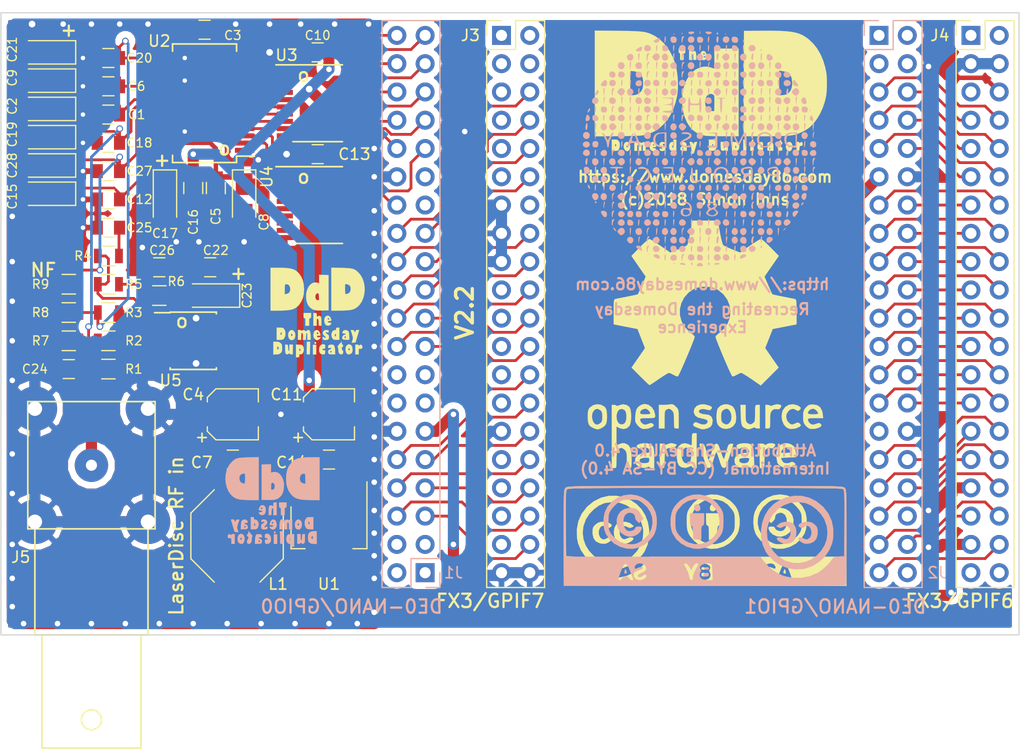
<source format=kicad_pcb>
(kicad_pcb (version 4) (host pcbnew 4.0.7)
  (title_block (title "Domesday Duplicator") (date 2018-04-15) (rev 2.2.1) (company https://www.domesday86.com) (comment 1 "(c)2018 Simon Inns") (comment 2 "License: Attribution-ShareAlike 4.0 International (CC BY-SA 4.0)"))
  (layers (0 F.Cu signal) (31 B.Cu signal) (34 B.Paste user) (35 F.Paste user) (36 B.SilkS user) (37 F.SilkS user) (38 B.Mask user) (39 F.Mask user) (44 Edge.Cuts user))
  (net 0 "")
  (net 1 "Net-(C1-Pad1)")
  (net 2 GND)
  (net 3 +5VA)
  (net 4 "Net-(C6-Pad1)")
  (net 5 +3.3VA)
  (net 6 "Net-(C12-Pad1)")
  (net 7 /ADC/REFT)
  (net 8 /ADC/REFB)
  (net 9 "Net-(C24-Pad1)")
  (net 10 "Net-(C24-Pad2)")
  (net 11 "Net-(C25-Pad1)")
  (net 12 /ADC/IN)
  (net 13 USB_DATA0)
  (net 14 USB_PCLK)
  (net 15 USB_DATA1)
  (net 16 USB_CTL0)
  (net 17 USB_DATA2)
  (net 18 +5V)
  (net 19 USB_CTL1)
  (net 20 USB_DATA3)
  (net 21 USB_CTL2)
  (net 22 USB_DATA4)
  (net 23 USB_CTL3)
  (net 24 USB_DATA5)
  (net 25 USB_CTL4)
  (net 26 USB_DATA6)
  (net 27 USB_CTL5)
  (net 28 USB_DATA7)
  (net 29 USB_CTL6)
  (net 30 USB_DATA8)
  (net 31 USB_CTL7)
  (net 32 USB_DATA9)
  (net 33 USB_CTL8)
  (net 34 USB_DATA10)
  (net 35 USB_CTL9)
  (net 36 USB_DATA11)
  (net 37 USB_CTL10)
  (net 38 USB_DATA12)
  (net 39 USB_CTL11)
  (net 40 USB_DATA13)
  (net 41 USB_CTL12)
  (net 42 USB_DATA14)
  (net 43 USB_DATA15)
  (net 44 ADC_DATA9)
  (net 45 ADC_DATA8)
  (net 46 ADC_DATA7)
  (net 47 ADC_DATA6)
  (net 48 ADC_DATA5)
  (net 49 ADC_DATA4)
  (net 50 ADC_DATA3)
  (net 51 ADC_DATA2)
  (net 52 ADC_DATA1)
  (net 53 ADC_DATA0)
  (net 54 ADC_CLK)
  (net 55 USB_DATA31)
  (net 56 USB_DATA30)
  (net 57 USB_DATA29)
  (net 58 USB_DATA28)
  (net 59 USB_DATA27)
  (net 60 USB_DATA26)
  (net 61 USB_DATA25)
  (net 62 USB_DATA24)
  (net 63 USB_DATA23)
  (net 64 USB_DATA22)
  (net 65 USB_DATA21)
  (net 66 USB_DATA20)
  (net 67 USB_DATA19)
  (net 68 USB_DATA18)
  (net 69 USB_DATA17)
  (net 70 USB_DATA16)
  (net 71 "Net-(R1-Pad1)")
  (net 72 "Net-(R4-Pad2)")
  (net 73 "Net-(R5-Pad2)")
  (net 74 "Net-(U2-Pad2)")
  (net 75 "Net-(U2-Pad3)")
  (net 76 "Net-(U2-Pad4)")
  (net 77 "Net-(U2-Pad5)")
  (net 78 "Net-(U2-Pad6)")
  (net 79 "Net-(U2-Pad7)")
  (net 80 "Net-(U2-Pad8)")
  (net 81 "Net-(U2-Pad9)")
  (net 82 "Net-(U2-Pad10)")
  (net 83 "Net-(U2-Pad11)")
  (net 84 "Net-(C27-Pad1)")
  (module Pin_Headers:Pin_Header_Straight_2x20_Pitch2.54mm (layer F.Cu) (at 196.85 73.152)
    (fp_text reference J4 (at -2.794 0) (layer F.SilkS))
    (fp_text value GPIFII_J6)
    (pad 1 thru_hole rect (at 0 0) (size 1.7 1.7) (drill 1) (layers *.Cu *.Mask))
    (pad 2 thru_hole oval (at 2.54 0) (size 1.7 1.7) (drill 1) (layers *.Cu *.Mask))
    (pad 3 thru_hole oval (at 0 2.54) (size 1.7 1.7) (drill 1) (layers *.Cu *.Mask) (net 18 +5V))
    (pad 4 thru_hole oval (at 2.54 2.54) (size 1.7 1.7) (drill 1) (layers *.Cu *.Mask) (net 18 +5V))
    (pad 5 thru_hole oval (at 0 5.08) (size 1.7 1.7) (drill 1) (layers *.Cu *.Mask))
    (pad 6 thru_hole oval (at 2.54 5.08) (size 1.7 1.7) (drill 1) (layers *.Cu *.Mask) (net 2 GND))
    (pad 7 thru_hole oval (at 0 7.62) (size 1.7 1.7) (drill 1) (layers *.Cu *.Mask) (net 41 USB_CTL12))
    (pad 8 thru_hole oval (at 2.54 7.62) (size 1.7 1.7) (drill 1) (layers *.Cu *.Mask) (net 43 USB_DATA15))
    (pad 9 thru_hole oval (at 0 10.16) (size 1.7 1.7) (drill 1) (layers *.Cu *.Mask) (net 39 USB_CTL11))
    (pad 10 thru_hole oval (at 2.54 10.16) (size 1.7 1.7) (drill 1) (layers *.Cu *.Mask) (net 42 USB_DATA14))
    (pad 11 thru_hole oval (at 0 12.7) (size 1.7 1.7) (drill 1) (layers *.Cu *.Mask) (net 37 USB_CTL10))
    (pad 12 thru_hole oval (at 2.54 12.7) (size 1.7 1.7) (drill 1) (layers *.Cu *.Mask) (net 40 USB_DATA13))
    (pad 13 thru_hole oval (at 0 15.24) (size 1.7 1.7) (drill 1) (layers *.Cu *.Mask) (net 35 USB_CTL9))
    (pad 14 thru_hole oval (at 2.54 15.24) (size 1.7 1.7) (drill 1) (layers *.Cu *.Mask) (net 38 USB_DATA12))
    (pad 15 thru_hole oval (at 0 17.78) (size 1.7 1.7) (drill 1) (layers *.Cu *.Mask) (net 33 USB_CTL8))
    (pad 16 thru_hole oval (at 2.54 17.78) (size 1.7 1.7) (drill 1) (layers *.Cu *.Mask) (net 36 USB_DATA11))
    (pad 17 thru_hole oval (at 0 20.32) (size 1.7 1.7) (drill 1) (layers *.Cu *.Mask) (net 31 USB_CTL7))
    (pad 18 thru_hole oval (at 2.54 20.32) (size 1.7 1.7) (drill 1) (layers *.Cu *.Mask) (net 34 USB_DATA10))
    (pad 19 thru_hole oval (at 0 22.86) (size 1.7 1.7) (drill 1) (layers *.Cu *.Mask) (net 29 USB_CTL6))
    (pad 20 thru_hole oval (at 2.54 22.86) (size 1.7 1.7) (drill 1) (layers *.Cu *.Mask) (net 32 USB_DATA9))
    (pad 21 thru_hole oval (at 0 25.4) (size 1.7 1.7) (drill 1) (layers *.Cu *.Mask) (net 27 USB_CTL5))
    (pad 22 thru_hole oval (at 2.54 25.4) (size 1.7 1.7) (drill 1) (layers *.Cu *.Mask) (net 30 USB_DATA8))
    (pad 23 thru_hole oval (at 0 27.94) (size 1.7 1.7) (drill 1) (layers *.Cu *.Mask) (net 25 USB_CTL4))
    (pad 24 thru_hole oval (at 2.54 27.94) (size 1.7 1.7) (drill 1) (layers *.Cu *.Mask) (net 28 USB_DATA7))
    (pad 25 thru_hole oval (at 0 30.48) (size 1.7 1.7) (drill 1) (layers *.Cu *.Mask) (net 23 USB_CTL3))
    (pad 26 thru_hole oval (at 2.54 30.48) (size 1.7 1.7) (drill 1) (layers *.Cu *.Mask) (net 26 USB_DATA6))
    (pad 27 thru_hole oval (at 0 33.02) (size 1.7 1.7) (drill 1) (layers *.Cu *.Mask) (net 21 USB_CTL2))
    (pad 28 thru_hole oval (at 2.54 33.02) (size 1.7 1.7) (drill 1) (layers *.Cu *.Mask) (net 24 USB_DATA5))
    (pad 29 thru_hole oval (at 0 35.56) (size 1.7 1.7) (drill 1) (layers *.Cu *.Mask) (net 19 USB_CTL1))
    (pad 30 thru_hole oval (at 2.54 35.56) (size 1.7 1.7) (drill 1) (layers *.Cu *.Mask) (net 22 USB_DATA4))
    (pad 31 thru_hole oval (at 0 38.1) (size 1.7 1.7) (drill 1) (layers *.Cu *.Mask) (net 16 USB_CTL0))
    (pad 32 thru_hole oval (at 2.54 38.1) (size 1.7 1.7) (drill 1) (layers *.Cu *.Mask) (net 20 USB_DATA3))
    (pad 33 thru_hole oval (at 0 40.64) (size 1.7 1.7) (drill 1) (layers *.Cu *.Mask) (net 2 GND))
    (pad 34 thru_hole oval (at 2.54 40.64) (size 1.7 1.7) (drill 1) (layers *.Cu *.Mask) (net 17 USB_DATA2))
    (pad 35 thru_hole oval (at 0 43.18) (size 1.7 1.7) (drill 1) (layers *.Cu *.Mask) (net 14 USB_PCLK))
    (pad 36 thru_hole oval (at 2.54 43.18) (size 1.7 1.7) (drill 1) (layers *.Cu *.Mask) (net 15 USB_DATA1))
    (pad 37 thru_hole oval (at 0 45.72) (size 1.7 1.7) (drill 1) (layers *.Cu *.Mask) (net 2 GND))
    (pad 38 thru_hole oval (at 2.54 45.72) (size 1.7 1.7) (drill 1) (layers *.Cu *.Mask) (net 13 USB_DATA0))
    (pad 39 thru_hole oval (at 0 48.26) (size 1.7 1.7) (drill 1) (layers *.Cu *.Mask))
    (pad 40 thru_hole oval (at 2.54 48.26) (size 1.7 1.7) (drill 1) (layers *.Cu *.Mask))
  )
  (module Capacitors_SMD:CP_Elec_4x5.7 (layer F.Cu) (at 130.556 107.188)
    (fp_text reference C4 (at -3.556 -1.778 180) (layer F.SilkS))
    (fp_text value 10uF)
    (fp_text user + (at -2.77 2.01) (layer F.SilkS))
    (pad 1 smd rect (at -1.8 0 180) (size 2.6 1.6) (layers F.Cu F.Paste F.Mask) (net 3 +5VA))
    (pad 2 smd rect (at 1.8 0 180) (size 2.6 1.6) (layers F.Cu F.Paste F.Mask) (net 2 GND))
  )
  (module Capacitors_SMD:CP_Elec_4x5.7 (layer F.Cu) (at 139.192 107.188)
    (fp_text reference C11 (at -3.81 -1.778 180) (layer F.SilkS))
    (fp_text value 10uF)
    (fp_text user + (at -2.77 2.01) (layer F.SilkS))
    (pad 1 smd rect (at -1.8 0 180) (size 2.6 1.6) (layers F.Cu F.Paste F.Mask) (net 5 +3.3VA))
    (pad 2 smd rect (at 1.8 0 180) (size 2.6 1.6) (layers F.Cu F.Paste F.Mask) (net 2 GND))
  )
  (module Pin_Headers:Pin_Header_Straight_2x20_Pitch2.54mm (layer F.Cu) (at 154.686 73.152)
    (fp_text reference J3 (at -2.794 0) (layer F.SilkS))
    (fp_text value GPIFII_J7)
    (pad 1 thru_hole rect (at 0 0) (size 1.7 1.7) (drill 1) (layers *.Cu *.Mask))
    (pad 2 thru_hole oval (at 2.54 0) (size 1.7 1.7) (drill 1) (layers *.Cu *.Mask))
    (pad 3 thru_hole oval (at 0 2.54) (size 1.7 1.7) (drill 1) (layers *.Cu *.Mask))
    (pad 4 thru_hole oval (at 2.54 2.54) (size 1.7 1.7) (drill 1) (layers *.Cu *.Mask))
    (pad 5 thru_hole oval (at 0 5.08) (size 1.7 1.7) (drill 1) (layers *.Cu *.Mask))
    (pad 6 thru_hole oval (at 2.54 5.08) (size 1.7 1.7) (drill 1) (layers *.Cu *.Mask) (net 55 USB_DATA31))
    (pad 7 thru_hole oval (at 0 7.62) (size 1.7 1.7) (drill 1) (layers *.Cu *.Mask))
    (pad 8 thru_hole oval (at 2.54 7.62) (size 1.7 1.7) (drill 1) (layers *.Cu *.Mask) (net 56 USB_DATA30))
    (pad 9 thru_hole oval (at 0 10.16) (size 1.7 1.7) (drill 1) (layers *.Cu *.Mask))
    (pad 10 thru_hole oval (at 2.54 10.16) (size 1.7 1.7) (drill 1) (layers *.Cu *.Mask) (net 57 USB_DATA29))
    (pad 11 thru_hole oval (at 0 12.7) (size 1.7 1.7) (drill 1) (layers *.Cu *.Mask))
    (pad 12 thru_hole oval (at 2.54 12.7) (size 1.7 1.7) (drill 1) (layers *.Cu *.Mask) (net 58 USB_DATA28))
    (pad 13 thru_hole oval (at 0 15.24) (size 1.7 1.7) (drill 1) (layers *.Cu *.Mask) (net 2 GND))
    (pad 14 thru_hole oval (at 2.54 15.24) (size 1.7 1.7) (drill 1) (layers *.Cu *.Mask))
    (pad 15 thru_hole oval (at 0 17.78) (size 1.7 1.7) (drill 1) (layers *.Cu *.Mask) (net 2 GND))
    (pad 16 thru_hole oval (at 2.54 17.78) (size 1.7 1.7) (drill 1) (layers *.Cu *.Mask) (net 59 USB_DATA27))
    (pad 17 thru_hole oval (at 0 20.32) (size 1.7 1.7) (drill 1) (layers *.Cu *.Mask) (net 2 GND))
    (pad 18 thru_hole oval (at 2.54 20.32) (size 1.7 1.7) (drill 1) (layers *.Cu *.Mask) (net 60 USB_DATA26))
    (pad 19 thru_hole oval (at 0 22.86) (size 1.7 1.7) (drill 1) (layers *.Cu *.Mask))
    (pad 20 thru_hole oval (at 2.54 22.86) (size 1.7 1.7) (drill 1) (layers *.Cu *.Mask) (net 61 USB_DATA25))
    (pad 21 thru_hole oval (at 0 25.4) (size 1.7 1.7) (drill 1) (layers *.Cu *.Mask))
    (pad 22 thru_hole oval (at 2.54 25.4) (size 1.7 1.7) (drill 1) (layers *.Cu *.Mask) (net 62 USB_DATA24))
    (pad 23 thru_hole oval (at 0 27.94) (size 1.7 1.7) (drill 1) (layers *.Cu *.Mask))
    (pad 24 thru_hole oval (at 2.54 27.94) (size 1.7 1.7) (drill 1) (layers *.Cu *.Mask) (net 63 USB_DATA23))
    (pad 25 thru_hole oval (at 0 30.48) (size 1.7 1.7) (drill 1) (layers *.Cu *.Mask))
    (pad 26 thru_hole oval (at 2.54 30.48) (size 1.7 1.7) (drill 1) (layers *.Cu *.Mask) (net 64 USB_DATA22))
    (pad 27 thru_hole oval (at 0 33.02) (size 1.7 1.7) (drill 1) (layers *.Cu *.Mask))
    (pad 28 thru_hole oval (at 2.54 33.02) (size 1.7 1.7) (drill 1) (layers *.Cu *.Mask) (net 65 USB_DATA21))
    (pad 29 thru_hole oval (at 0 35.56) (size 1.7 1.7) (drill 1) (layers *.Cu *.Mask) (net 2 GND))
    (pad 30 thru_hole oval (at 2.54 35.56) (size 1.7 1.7) (drill 1) (layers *.Cu *.Mask) (net 66 USB_DATA20))
    (pad 31 thru_hole oval (at 0 38.1) (size 1.7 1.7) (drill 1) (layers *.Cu *.Mask))
    (pad 32 thru_hole oval (at 2.54 38.1) (size 1.7 1.7) (drill 1) (layers *.Cu *.Mask) (net 67 USB_DATA19))
    (pad 33 thru_hole oval (at 0 40.64) (size 1.7 1.7) (drill 1) (layers *.Cu *.Mask))
    (pad 34 thru_hole oval (at 2.54 40.64) (size 1.7 1.7) (drill 1) (layers *.Cu *.Mask) (net 68 USB_DATA18))
    (pad 35 thru_hole oval (at 0 43.18) (size 1.7 1.7) (drill 1) (layers *.Cu *.Mask))
    (pad 36 thru_hole oval (at 2.54 43.18) (size 1.7 1.7) (drill 1) (layers *.Cu *.Mask) (net 69 USB_DATA17))
    (pad 37 thru_hole oval (at 0 45.72) (size 1.7 1.7) (drill 1) (layers *.Cu *.Mask))
    (pad 38 thru_hole oval (at 2.54 45.72) (size 1.7 1.7) (drill 1) (layers *.Cu *.Mask) (net 70 USB_DATA16))
    (pad 39 thru_hole oval (at 0 48.26) (size 1.7 1.7) (drill 1) (layers *.Cu *.Mask) (net 2 GND))
    (pad 40 thru_hole oval (at 2.54 48.26) (size 1.7 1.7) (drill 1) (layers *.Cu *.Mask) (net 2 GND))
  )
  (module "BNC_Rosenberger:BNC Socket" (layer F.Cu) (at 117.856 111.76 270)
    (fp_text reference J5 (at 8.255 6.35 360) (layer F.SilkS))
    (fp_text value BNC_Rosenberger)
    (pad 1 thru_hole circle (at 0 0 270) (size 3 3) (drill 1) (layers *.Cu *.Mask) (net 10 "Net-(C24-Pad2)"))
    (pad 2 thru_hole circle (at 5.08 -5.08 270) (size 4 4) (drill 1.3) (layers *.Cu *.Mask) (net 2 GND))
    (pad 3 thru_hole circle (at 5.08 5.08 270) (size 4 4) (drill 1.3) (layers *.Cu *.Mask) (net 2 GND))
    (pad 4 thru_hole circle (at -5.08 5.08 270) (size 4 4) (drill 1.3) (layers *.Cu *.Mask) (net 2 GND))
    (pad 5 thru_hole circle (at -5.08 -5.08 270) (size 4 4) (drill 1.3) (layers *.Cu *.Mask) (net 2 GND))
  )
  (module Inductors:Inductor_Bourns-SRU8043 (layer F.Cu) (at 130.937 118.11 270)
    (fp_text reference L1 (at 4.318 -3.683 360) (layer F.SilkS))
    (fp_text value 100uH)
    (pad 1 smd rect (at -3.9 0 270) (size 2 3.2) (layers F.Cu F.Paste F.Mask) (net 3 +5VA))
    (pad 2 smd rect (at 3.9 0 270) (size 2 3.2) (layers F.Cu F.Paste F.Mask) (net 18 +5V))
  )
  (module TO_SOT_Packages_SMD:SOT-223 (layer F.Cu) (at 139.192 117.348 270)
    (fp_text reference U1 (at 5.08 0 540) (layer F.SilkS))
    (fp_text value LM1117-3.3)
    (pad 4 smd rect (at 3.15 0 270) (size 2 3.8) (layers F.Cu F.Paste F.Mask) (net 5 +3.3VA))
    (pad 2 smd rect (at -3.15 0 270) (size 2 1.5) (layers F.Cu F.Paste F.Mask) (net 5 +3.3VA))
    (pad 3 smd rect (at -3.15 2.3 270) (size 2 1.5) (layers F.Cu F.Paste F.Mask) (net 3 +5VA))
    (pad 1 smd rect (at -3.15 -2.3 270) (size 2 1.5) (layers F.Cu F.Paste F.Mask) (net 2 GND))
  )
  (module Housings_SSOP:SSOP-28_5.3x10.2mm_Pitch0.65mm (layer F.Cu) (at 128.016 79.248 180)
    (fp_text reference U2 (at 4.064 5.588 180) (layer F.SilkS))
    (fp_text value ADS825)
    (pad 1 smd rect (at -3.6 -4.225 180) (size 1.75 0.45) (layers F.Cu F.Paste F.Mask) (net 2 GND))
    (pad 2 smd rect (at -3.6 -3.575 180) (size 1.75 0.45) (layers F.Cu F.Paste F.Mask) (net 74 "Net-(U2-Pad2)"))
    (pad 3 smd rect (at -3.6 -2.925 180) (size 1.75 0.45) (layers F.Cu F.Paste F.Mask) (net 75 "Net-(U2-Pad3)"))
    (pad 4 smd rect (at -3.6 -2.275 180) (size 1.75 0.45) (layers F.Cu F.Paste F.Mask) (net 76 "Net-(U2-Pad4)"))
    (pad 5 smd rect (at -3.6 -1.625 180) (size 1.75 0.45) (layers F.Cu F.Paste F.Mask) (net 77 "Net-(U2-Pad5)"))
    (pad 6 smd rect (at -3.6 -0.975 180) (size 1.75 0.45) (layers F.Cu F.Paste F.Mask) (net 78 "Net-(U2-Pad6)"))
    (pad 7 smd rect (at -3.6 -0.325 180) (size 1.75 0.45) (layers F.Cu F.Paste F.Mask) (net 79 "Net-(U2-Pad7)"))
    (pad 8 smd rect (at -3.6 0.325 180) (size 1.75 0.45) (layers F.Cu F.Paste F.Mask) (net 80 "Net-(U2-Pad8)"))
    (pad 9 smd rect (at -3.6 0.975 180) (size 1.75 0.45) (layers F.Cu F.Paste F.Mask) (net 81 "Net-(U2-Pad9)"))
    (pad 10 smd rect (at -3.6 1.625 180) (size 1.75 0.45) (layers F.Cu F.Paste F.Mask) (net 82 "Net-(U2-Pad10)"))
    (pad 11 smd rect (at -3.6 2.275 180) (size 1.75 0.45) (layers F.Cu F.Paste F.Mask) (net 83 "Net-(U2-Pad11)"))
    (pad 12 smd rect (at -3.6 2.925 180) (size 1.75 0.45) (layers F.Cu F.Paste F.Mask) (net 2 GND))
    (pad 13 smd rect (at -3.6 3.575 180) (size 1.75 0.45) (layers F.Cu F.Paste F.Mask) (net 2 GND))
    (pad 14 smd rect (at -3.6 4.225 180) (size 1.75 0.45) (layers F.Cu F.Paste F.Mask) (net 54 ADC_CLK))
    (pad 15 smd rect (at 3.6 4.225 180) (size 1.75 0.45) (layers F.Cu F.Paste F.Mask) (net 3 +5VA))
    (pad 16 smd rect (at 3.6 3.575 180) (size 1.75 0.45) (layers F.Cu F.Paste F.Mask) (net 2 GND))
    (pad 17 smd rect (at 3.6 2.925 180) (size 1.75 0.45) (layers F.Cu F.Paste F.Mask) (net 3 +5VA))
    (pad 18 smd rect (at 3.6 2.275 180) (size 1.75 0.45) (layers F.Cu F.Paste F.Mask) (net 2 GND))
    (pad 19 smd rect (at 3.6 1.625 180) (size 1.75 0.45) (layers F.Cu F.Paste F.Mask) (net 8 /ADC/REFB))
    (pad 20 smd rect (at 3.6 0.975 180) (size 1.75 0.45) (layers F.Cu F.Paste F.Mask) (net 4 "Net-(C6-Pad1)"))
    (pad 21 smd rect (at 3.6 0.325 180) (size 1.75 0.45) (layers F.Cu F.Paste F.Mask) (net 1 "Net-(C1-Pad1)"))
    (pad 22 smd rect (at 3.6 -0.325 180) (size 1.75 0.45) (layers F.Cu F.Paste F.Mask) (net 7 /ADC/REFT))
    (pad 23 smd rect (at 3.6 -0.975 180) (size 1.75 0.45) (layers F.Cu F.Paste F.Mask) (net 84 "Net-(C27-Pad1)"))
    (pad 24 smd rect (at 3.6 -1.625 180) (size 1.75 0.45) (layers F.Cu F.Paste F.Mask) (net 6 "Net-(C12-Pad1)"))
    (pad 25 smd rect (at 3.6 -2.275 180) (size 1.75 0.45) (layers F.Cu F.Paste F.Mask) (net 12 /ADC/IN))
    (pad 26 smd rect (at 3.6 -2.925 180) (size 1.75 0.45) (layers F.Cu F.Paste F.Mask) (net 2 GND))
    (pad 27 smd rect (at 3.6 -3.575 180) (size 1.75 0.45) (layers F.Cu F.Paste F.Mask) (net 3 +5VA))
    (pad 28 smd rect (at 3.6 -4.225 180) (size 1.75 0.45) (layers F.Cu F.Paste F.Mask) (net 5 +3.3VA))
  )
  (module Housings_SSOP:TSSOP-20_4.4x6.5mm_Pitch0.65mm (layer F.Cu) (at 138.176 79.248)
    (fp_text reference U3 (at -2.794 -4.318) (layer F.SilkS))
    (fp_text value 74LVTH541_PWR)
    (pad 1 smd rect (at -2.95 -2.925) (size 1.45 0.45) (layers F.Cu F.Paste F.Mask) (net 2 GND))
    (pad 2 smd rect (at -2.95 -2.275) (size 1.45 0.45) (layers F.Cu F.Paste F.Mask) (net 83 "Net-(U2-Pad11)"))
    (pad 3 smd rect (at -2.95 -1.625) (size 1.45 0.45) (layers F.Cu F.Paste F.Mask) (net 82 "Net-(U2-Pad10)"))
    (pad 4 smd rect (at -2.95 -0.975) (size 1.45 0.45) (layers F.Cu F.Paste F.Mask) (net 81 "Net-(U2-Pad9)"))
    (pad 5 smd rect (at -2.95 -0.325) (size 1.45 0.45) (layers F.Cu F.Paste F.Mask) (net 80 "Net-(U2-Pad8)"))
    (pad 6 smd rect (at -2.95 0.325) (size 1.45 0.45) (layers F.Cu F.Paste F.Mask) (net 79 "Net-(U2-Pad7)"))
    (pad 7 smd rect (at -2.95 0.975) (size 1.45 0.45) (layers F.Cu F.Paste F.Mask) (net 78 "Net-(U2-Pad6)"))
    (pad 8 smd rect (at -2.95 1.625) (size 1.45 0.45) (layers F.Cu F.Paste F.Mask) (net 77 "Net-(U2-Pad5)"))
    (pad 9 smd rect (at -2.95 2.275) (size 1.45 0.45) (layers F.Cu F.Paste F.Mask) (net 76 "Net-(U2-Pad4)"))
    (pad 10 smd rect (at -2.95 2.925) (size 1.45 0.45) (layers F.Cu F.Paste F.Mask) (net 2 GND))
    (pad 11 smd rect (at 2.95 2.925) (size 1.45 0.45) (layers F.Cu F.Paste F.Mask) (net 46 ADC_DATA7))
    (pad 12 smd rect (at 2.95 2.275) (size 1.45 0.45) (layers F.Cu F.Paste F.Mask) (net 47 ADC_DATA6))
    (pad 13 smd rect (at 2.95 1.625) (size 1.45 0.45) (layers F.Cu F.Paste F.Mask) (net 48 ADC_DATA5))
    (pad 14 smd rect (at 2.95 0.975) (size 1.45 0.45) (layers F.Cu F.Paste F.Mask) (net 49 ADC_DATA4))
    (pad 15 smd rect (at 2.95 0.325) (size 1.45 0.45) (layers F.Cu F.Paste F.Mask) (net 50 ADC_DATA3))
    (pad 16 smd rect (at 2.95 -0.325) (size 1.45 0.45) (layers F.Cu F.Paste F.Mask) (net 51 ADC_DATA2))
    (pad 17 smd rect (at 2.95 -0.975) (size 1.45 0.45) (layers F.Cu F.Paste F.Mask) (net 52 ADC_DATA1))
    (pad 18 smd rect (at 2.95 -1.625) (size 1.45 0.45) (layers F.Cu F.Paste F.Mask) (net 53 ADC_DATA0))
    (pad 19 smd rect (at 2.95 -2.275) (size 1.45 0.45) (layers F.Cu F.Paste F.Mask) (net 2 GND))
    (pad 20 smd rect (at 2.95 -2.925) (size 1.45 0.45) (layers F.Cu F.Paste F.Mask) (net 5 +3.3VA))
  )
  (module Housings_SSOP:TSSOP-20_4.4x6.5mm_Pitch0.65mm (layer F.Cu) (at 138.176 88.392)
    (fp_text reference U4 (at -4.572 -2.54 90) (layer F.SilkS))
    (fp_text value 74LVTH541_PWR)
    (pad 1 smd rect (at -2.95 -2.925) (size 1.45 0.45) (layers F.Cu F.Paste F.Mask) (net 2 GND))
    (pad 2 smd rect (at -2.95 -2.275) (size 1.45 0.45) (layers F.Cu F.Paste F.Mask) (net 75 "Net-(U2-Pad3)"))
    (pad 3 smd rect (at -2.95 -1.625) (size 1.45 0.45) (layers F.Cu F.Paste F.Mask) (net 74 "Net-(U2-Pad2)"))
    (pad 4 smd rect (at -2.95 -0.975) (size 1.45 0.45) (layers F.Cu F.Paste F.Mask))
    (pad 5 smd rect (at -2.95 -0.325) (size 1.45 0.45) (layers F.Cu F.Paste F.Mask))
    (pad 6 smd rect (at -2.95 0.325) (size 1.45 0.45) (layers F.Cu F.Paste F.Mask))
    (pad 7 smd rect (at -2.95 0.975) (size 1.45 0.45) (layers F.Cu F.Paste F.Mask))
    (pad 8 smd rect (at -2.95 1.625) (size 1.45 0.45) (layers F.Cu F.Paste F.Mask))
    (pad 9 smd rect (at -2.95 2.275) (size 1.45 0.45) (layers F.Cu F.Paste F.Mask))
    (pad 10 smd rect (at -2.95 2.925) (size 1.45 0.45) (layers F.Cu F.Paste F.Mask) (net 2 GND))
    (pad 11 smd rect (at 2.95 2.925) (size 1.45 0.45) (layers F.Cu F.Paste F.Mask))
    (pad 12 smd rect (at 2.95 2.275) (size 1.45 0.45) (layers F.Cu F.Paste F.Mask))
    (pad 13 smd rect (at 2.95 1.625) (size 1.45 0.45) (layers F.Cu F.Paste F.Mask))
    (pad 14 smd rect (at 2.95 0.975) (size 1.45 0.45) (layers F.Cu F.Paste F.Mask))
    (pad 15 smd rect (at 2.95 0.325) (size 1.45 0.45) (layers F.Cu F.Paste F.Mask))
    (pad 16 smd rect (at 2.95 -0.325) (size 1.45 0.45) (layers F.Cu F.Paste F.Mask))
    (pad 17 smd rect (at 2.95 -0.975) (size 1.45 0.45) (layers F.Cu F.Paste F.Mask) (net 44 ADC_DATA9))
    (pad 18 smd rect (at 2.95 -1.625) (size 1.45 0.45) (layers F.Cu F.Paste F.Mask) (net 45 ADC_DATA8))
    (pad 19 smd rect (at 2.95 -2.275) (size 1.45 0.45) (layers F.Cu F.Paste F.Mask) (net 2 GND))
    (pad 20 smd rect (at 2.95 -2.925) (size 1.45 0.45) (layers F.Cu F.Paste F.Mask) (net 5 +3.3VA))
  )
  (module Housings_SOIC:SOIC-8_3.9x4.9mm_Pitch1.27mm (layer F.Cu) (at 127 100.584)
    (fp_text reference U5 (at -2.032 3.556) (layer F.SilkS))
    (fp_text value OPA690)
    (pad 1 smd rect (at -2.7 -1.905) (size 1.55 0.6) (layers F.Cu F.Paste F.Mask))
    (pad 2 smd rect (at -2.7 -0.635) (size 1.55 0.6) (layers F.Cu F.Paste F.Mask) (net 72 "Net-(R4-Pad2)"))
    (pad 3 smd rect (at -2.7 0.635) (size 1.55 0.6) (layers F.Cu F.Paste F.Mask) (net 71 "Net-(R1-Pad1)"))
    (pad 4 smd rect (at -2.7 1.905) (size 1.55 0.6) (layers F.Cu F.Paste F.Mask) (net 2 GND))
    (pad 5 smd rect (at 2.7 1.905) (size 1.55 0.6) (layers F.Cu F.Paste F.Mask))
    (pad 6 smd rect (at 2.7 0.635) (size 1.55 0.6) (layers F.Cu F.Paste F.Mask) (net 73 "Net-(R5-Pad2)"))
    (pad 7 smd rect (at 2.7 -0.635) (size 1.55 0.6) (layers F.Cu F.Paste F.Mask) (net 3 +5VA))
    (pad 8 smd rect (at 2.7 -1.905) (size 1.55 0.6) (layers F.Cu F.Paste F.Mask) (net 3 +5VA))
  )
  (module Capacitors_SMD:C_0805 (layer F.Cu) (at 119.38 80.264 180)
    (fp_text reference C1 (at -2.54 0 180) (layer F.SilkS) (effects (font (size 0.8 0.8) (thickness 0.12))))
    (fp_text value 100nF)
    (pad 1 smd rect (at -1 0 180) (size 1 1.25) (layers F.Cu F.Paste F.Mask) (net 1 "Net-(C1-Pad1)"))
    (pad 2 smd rect (at 1 0 180) (size 1 1.25) (layers F.Cu F.Paste F.Mask) (net 2 GND))
  )
  (module Capacitors_Tantalum_SMD:CP_Tantalum_Case-A_EIA-3216-18_Reflow (layer F.Cu) (at 113.792 79.756 180)
    (fp_text reference C2 (at 3.048 0.254 270) (layer F.SilkS) (effects (font (size 0.8 0.8) (thickness 0.12))))
    (fp_text value "2.2uF Tant")
    (pad 1 smd rect (at -1.375 0 180) (size 1.95 1.5) (layers F.Cu F.Paste F.Mask) (net 1 "Net-(C1-Pad1)"))
    (pad 2 smd rect (at 1.375 0 180) (size 1.95 1.5) (layers F.Cu F.Paste F.Mask) (net 2 GND))
  )
  (module Capacitors_SMD:C_0805 (layer F.Cu) (at 128.016 72.644)
    (fp_text reference C3 (at 2.54 0.508) (layer F.SilkS) (effects (font (size 0.8 0.8) (thickness 0.12))))
    (fp_text value 100nF)
    (pad 1 smd rect (at -1 0) (size 1 1.25) (layers F.Cu F.Paste F.Mask) (net 3 +5VA))
    (pad 2 smd rect (at 1 0) (size 1 1.25) (layers F.Cu F.Paste F.Mask) (net 2 GND))
  )
  (module Capacitors_SMD:C_0805 (layer F.Cu) (at 129.032 86.868 270)
    (fp_text reference C5 (at 2.54 0 270) (layer F.SilkS) (effects (font (size 0.8 0.8) (thickness 0.12))))
    (fp_text value 100nF)
    (pad 1 smd rect (at -1 0 270) (size 1 1.25) (layers F.Cu F.Paste F.Mask) (net 3 +5VA))
    (pad 2 smd rect (at 1 0 270) (size 1 1.25) (layers F.Cu F.Paste F.Mask) (net 2 GND))
  )
  (module Capacitors_SMD:C_0805 (layer F.Cu) (at 119.38 77.724 180)
    (fp_text reference C6 (at -2.54 0 180) (layer F.SilkS) (effects (font (size 0.8 0.8) (thickness 0.12))))
    (fp_text value 100nF)
    (pad 1 smd rect (at -1 0 180) (size 1 1.25) (layers F.Cu F.Paste F.Mask) (net 4 "Net-(C6-Pad1)"))
    (pad 2 smd rect (at 1 0 180) (size 1 1.25) (layers F.Cu F.Paste F.Mask) (net 2 GND))
  )
  (module Capacitors_SMD:C_0805 (layer F.Cu) (at 130.556 111.252)
    (fp_text reference C7 (at -2.794 0.254) (layer F.SilkS))
    (fp_text value 100nF)
    (pad 1 smd rect (at -1 0) (size 1 1.25) (layers F.Cu F.Paste F.Mask) (net 3 +5VA))
    (pad 2 smd rect (at 1 0) (size 1 1.25) (layers F.Cu F.Paste F.Mask) (net 2 GND))
  )
  (module Capacitors_Tantalum_SMD:CP_Tantalum_Case-A_EIA-3216-18_Reflow (layer F.Cu) (at 131.572 87.884 270)
    (fp_text reference C8 (at 2.032 -1.778 270) (layer F.SilkS) (effects (font (size 0.8 0.8) (thickness 0.12))))
    (fp_text value "2.2uF Tant")
    (pad 1 smd rect (at -1.375 0 270) (size 1.95 1.5) (layers F.Cu F.Paste F.Mask) (net 3 +5VA))
    (pad 2 smd rect (at 1.375 0 270) (size 1.95 1.5) (layers F.Cu F.Paste F.Mask) (net 2 GND))
  )
  (module Capacitors_Tantalum_SMD:CP_Tantalum_Case-A_EIA-3216-18_Reflow (layer F.Cu) (at 113.792 77.216 180)
    (fp_text reference C9 (at 3.048 0.254 270) (layer F.SilkS) (effects (font (size 0.8 0.8) (thickness 0.12))))
    (fp_text value "2.2uF Tant")
    (pad 1 smd rect (at -1.375 0 180) (size 1.95 1.5) (layers F.Cu F.Paste F.Mask) (net 4 "Net-(C6-Pad1)"))
    (pad 2 smd rect (at 1.375 0 180) (size 1.95 1.5) (layers F.Cu F.Paste F.Mask) (net 2 GND))
  )
  (module Capacitors_SMD:C_0805 (layer F.Cu) (at 138.176 74.676 180)
    (fp_text reference C10 (at 0 1.524 180) (layer F.SilkS) (effects (font (size 0.8 0.8) (thickness 0.12))))
    (fp_text value 100nF)
    (pad 1 smd rect (at -1 0 180) (size 1 1.25) (layers F.Cu F.Paste F.Mask) (net 5 +3.3VA))
    (pad 2 smd rect (at 1 0 180) (size 1 1.25) (layers F.Cu F.Paste F.Mask) (net 2 GND))
  )
  (module Capacitors_SMD:C_0805 (layer F.Cu) (at 119.38 87.884 180)
    (fp_text reference C12 (at -2.794 0 180) (layer F.SilkS) (effects (font (size 0.8 0.8) (thickness 0.12))))
    (fp_text value 100nF)
    (pad 1 smd rect (at -1 0 180) (size 1 1.25) (layers F.Cu F.Paste F.Mask) (net 6 "Net-(C12-Pad1)"))
    (pad 2 smd rect (at 1 0 180) (size 1 1.25) (layers F.Cu F.Paste F.Mask) (net 2 GND))
  )
  (module Capacitors_SMD:C_0805 (layer F.Cu) (at 138.176 83.82 180)
    (fp_text reference C13 (at -3.302 0 180) (layer F.SilkS))
    (fp_text value 100nF)
    (pad 1 smd rect (at -1 0 180) (size 1 1.25) (layers F.Cu F.Paste F.Mask) (net 5 +3.3VA))
    (pad 2 smd rect (at 1 0 180) (size 1 1.25) (layers F.Cu F.Paste F.Mask) (net 2 GND))
  )
  (module Capacitors_SMD:C_0805 (layer F.Cu) (at 139.192 111.252)
    (fp_text reference C14 (at -3.302 0.254) (layer F.SilkS))
    (fp_text value 100nF)
    (pad 1 smd rect (at -1 0) (size 1 1.25) (layers F.Cu F.Paste F.Mask) (net 5 +3.3VA))
    (pad 2 smd rect (at 1 0) (size 1 1.25) (layers F.Cu F.Paste F.Mask) (net 2 GND))
  )
  (module Capacitors_Tantalum_SMD:CP_Tantalum_Case-A_EIA-3216-18_Reflow (layer F.Cu) (at 113.792 87.376 180)
    (fp_text reference C15 (at 3.048 -0.254 270) (layer F.SilkS) (effects (font (size 0.8 0.8) (thickness 0.12))))
    (fp_text value "2.2uF Tant")
    (pad 1 smd rect (at -1.375 0 180) (size 1.95 1.5) (layers F.Cu F.Paste F.Mask) (net 6 "Net-(C12-Pad1)"))
    (pad 2 smd rect (at 1.375 0 180) (size 1.95 1.5) (layers F.Cu F.Paste F.Mask) (net 2 GND))
  )
  (module Capacitors_SMD:C_0805 (layer F.Cu) (at 127 86.868 270)
    (fp_text reference C16 (at 3.048 0 270) (layer F.SilkS) (effects (font (size 0.8 0.8) (thickness 0.12))))
    (fp_text value 100nF)
    (pad 1 smd rect (at -1 0 270) (size 1 1.25) (layers F.Cu F.Paste F.Mask) (net 5 +3.3VA))
    (pad 2 smd rect (at 1 0 270) (size 1 1.25) (layers F.Cu F.Paste F.Mask) (net 2 GND))
  )
  (module Capacitors_Tantalum_SMD:CP_Tantalum_Case-A_EIA-3216-18_Reflow (layer F.Cu) (at 124.46 87.884 270)
    (fp_text reference C17 (at 3.048 0 360) (layer F.SilkS) (effects (font (size 0.8 0.8) (thickness 0.12))))
    (fp_text value "2.2uF Tant")
    (pad 1 smd rect (at -1.375 0 270) (size 1.95 1.5) (layers F.Cu F.Paste F.Mask) (net 5 +3.3VA))
    (pad 2 smd rect (at 1.375 0 270) (size 1.95 1.5) (layers F.Cu F.Paste F.Mask) (net 2 GND))
  )
  (module Capacitors_SMD:C_0805 (layer F.Cu) (at 119.38 82.804 180)
    (fp_text reference C18 (at -2.794 0 180) (layer F.SilkS) (effects (font (size 0.8 0.8) (thickness 0.12))))
    (fp_text value 100nF)
    (pad 1 smd rect (at -1 0 180) (size 1 1.25) (layers F.Cu F.Paste F.Mask) (net 7 /ADC/REFT))
    (pad 2 smd rect (at 1 0 180) (size 1 1.25) (layers F.Cu F.Paste F.Mask) (net 2 GND))
  )
  (module Capacitors_Tantalum_SMD:CP_Tantalum_Case-A_EIA-3216-18_Reflow (layer F.Cu) (at 113.792 82.296 180)
    (fp_text reference C19 (at 3.048 0.254 270) (layer F.SilkS) (effects (font (size 0.8 0.8) (thickness 0.12))))
    (fp_text value "2.2uF Tant")
    (pad 1 smd rect (at -1.375 0 180) (size 1.95 1.5) (layers F.Cu F.Paste F.Mask) (net 7 /ADC/REFT))
    (pad 2 smd rect (at 1.375 0 180) (size 1.95 1.5) (layers F.Cu F.Paste F.Mask) (net 2 GND))
  )
  (module Capacitors_SMD:C_0805 (layer F.Cu) (at 119.38 75.184 180)
    (fp_text reference C20 (at -2.794 0 180) (layer F.SilkS) (effects (font (size 0.8 0.8) (thickness 0.12))))
    (fp_text value 100nF)
    (pad 1 smd rect (at -1 0 180) (size 1 1.25) (layers F.Cu F.Paste F.Mask) (net 8 /ADC/REFB))
    (pad 2 smd rect (at 1 0 180) (size 1 1.25) (layers F.Cu F.Paste F.Mask) (net 2 GND))
  )
  (module Capacitors_Tantalum_SMD:CP_Tantalum_Case-A_EIA-3216-18_Reflow (layer F.Cu) (at 113.792 74.676 180)
    (fp_text reference C21 (at 3.048 0.254 270) (layer F.SilkS) (effects (font (size 0.8 0.8) (thickness 0.12))))
    (fp_text value "2.2uF Tant")
    (pad 1 smd rect (at -1.375 0 180) (size 1.95 1.5) (layers F.Cu F.Paste F.Mask) (net 8 /ADC/REFB))
    (pad 2 smd rect (at 1.375 0 180) (size 1.95 1.5) (layers F.Cu F.Paste F.Mask) (net 2 GND))
  )
  (module Capacitors_SMD:C_0805 (layer F.Cu) (at 128.524 93.98 180)
    (fp_text reference C22 (at -0.508 1.524 180) (layer F.SilkS) (effects (font (size 0.8 0.8) (thickness 0.12))))
    (fp_text value 100nF)
    (pad 1 smd rect (at -1 0 180) (size 1 1.25) (layers F.Cu F.Paste F.Mask) (net 3 +5VA))
    (pad 2 smd rect (at 1 0 180) (size 1 1.25) (layers F.Cu F.Paste F.Mask) (net 2 GND))
  )
  (module Capacitors_Tantalum_SMD:CP_Tantalum_Case-A_EIA-3216-18_Reflow (layer F.Cu) (at 128.524 96.52 180)
    (fp_text reference C23 (at -3.302 0 270) (layer F.SilkS) (effects (font (size 0.8 0.8) (thickness 0.12))))
    (fp_text value "2.2uF Tant")
    (pad 1 smd rect (at -1.375 0 180) (size 1.95 1.5) (layers F.Cu F.Paste F.Mask) (net 3 +5VA))
    (pad 2 smd rect (at 1.375 0 180) (size 1.95 1.5) (layers F.Cu F.Paste F.Mask) (net 2 GND))
  )
  (module Capacitors_SMD:C_0805 (layer F.Cu) (at 115.824 103.124 180)
    (fp_text reference C24 (at 3.048 0 180) (layer F.SilkS) (effects (font (size 0.8 0.8) (thickness 0.12))))
    (fp_text value 100nF)
    (pad 1 smd rect (at -1 0 180) (size 1 1.25) (layers F.Cu F.Paste F.Mask) (net 9 "Net-(C24-Pad1)"))
    (pad 2 smd rect (at 1 0 180) (size 1 1.25) (layers F.Cu F.Paste F.Mask) (net 10 "Net-(C24-Pad2)"))
  )
  (module Capacitors_SMD:C_0805 (layer F.Cu) (at 119.38 90.424 180)
    (fp_text reference C25 (at -2.794 0 180) (layer F.SilkS) (effects (font (size 0.8 0.8) (thickness 0.12))))
    (fp_text value 100nF)
    (pad 1 smd rect (at -1 0 180) (size 1 1.25) (layers F.Cu F.Paste F.Mask) (net 11 "Net-(C25-Pad1)"))
    (pad 2 smd rect (at 1 0 180) (size 1 1.25) (layers F.Cu F.Paste F.Mask) (net 2 GND))
  )
  (module Capacitors_SMD:C_0805 (layer F.Cu) (at 123.952 93.98 180)
    (fp_text reference C26 (at -0.254 1.524 180) (layer F.SilkS) (effects (font (size 0.8 0.8) (thickness 0.12))))
    (fp_text value "220pF (1%)")
    (pad 1 smd rect (at -1 0 180) (size 1 1.25) (layers F.Cu F.Paste F.Mask) (net 12 /ADC/IN))
    (pad 2 smd rect (at 1 0 180) (size 1 1.25) (layers F.Cu F.Paste F.Mask) (net 2 GND))
  )
  (module Capacitors_SMD:C_0805 (layer F.Cu) (at 119.38 85.344 180)
    (fp_text reference C27 (at -2.794 0 180) (layer F.SilkS) (effects (font (size 0.8 0.8) (thickness 0.12))))
    (fp_text value 100nF)
    (pad 1 smd rect (at -1 0 180) (size 1 1.25) (layers F.Cu F.Paste F.Mask) (net 84 "Net-(C27-Pad1)"))
    (pad 2 smd rect (at 1 0 180) (size 1 1.25) (layers F.Cu F.Paste F.Mask) (net 2 GND))
  )
  (module Capacitors_Tantalum_SMD:CP_Tantalum_Case-A_EIA-3216-18_Reflow (layer F.Cu) (at 113.792 84.836 180)
    (fp_text reference C28 (at 3.048 0 270) (layer F.SilkS) (effects (font (size 0.8 0.8) (thickness 0.12))))
    (fp_text value "2.2uF Tant")
    (pad 1 smd rect (at -1.375 0 180) (size 1.95 1.5) (layers F.Cu F.Paste F.Mask) (net 84 "Net-(C27-Pad1)"))
    (pad 2 smd rect (at 1.375 0 180) (size 1.95 1.5) (layers F.Cu F.Paste F.Mask) (net 2 GND))
  )
  (module Resistors_SMD:R_0805 (layer F.Cu) (at 119.38 103.124 180)
    (fp_text reference R1 (at -2.286 0 180) (layer F.SilkS) (effects (font (size 0.8 0.8) (thickness 0.12))))
    (fp_text value 100R)
    (pad 1 smd rect (at -0.95 0 180) (size 0.7 1.3) (layers F.Cu F.Paste F.Mask) (net 71 "Net-(R1-Pad1)"))
    (pad 2 smd rect (at 0.95 0 180) (size 0.7 1.3) (layers F.Cu F.Paste F.Mask) (net 9 "Net-(C24-Pad1)"))
  )
  (module Resistors_SMD:R_0805 (layer F.Cu) (at 119.38 100.584 180)
    (fp_text reference R2 (at -2.286 0 180) (layer F.SilkS) (effects (font (size 0.8 0.8) (thickness 0.12))))
    (fp_text value 1K62)
    (pad 1 smd rect (at -0.95 0 180) (size 0.7 1.3) (layers F.Cu F.Paste F.Mask) (net 71 "Net-(R1-Pad1)"))
    (pad 2 smd rect (at 0.95 0 180) (size 0.7 1.3) (layers F.Cu F.Paste F.Mask) (net 7 /ADC/REFT))
  )
  (module Resistors_SMD:R_0805 (layer F.Cu) (at 119.38 98.044)
    (fp_text reference R3 (at 2.286 0) (layer F.SilkS) (effects (font (size 0.8 0.8) (thickness 0.12))))
    (fp_text value 1K62)
    (pad 1 smd rect (at -0.95 0) (size 0.7 1.3) (layers F.Cu F.Paste F.Mask) (net 8 /ADC/REFB))
    (pad 2 smd rect (at 0.95 0) (size 0.7 1.3) (layers F.Cu F.Paste F.Mask) (net 71 "Net-(R1-Pad1)"))
  )
  (module Resistors_SMD:R_0805 (layer F.Cu) (at 119.38 92.964 180)
    (fp_text reference R4 (at 2.286 0 180) (layer F.SilkS) (effects (font (size 0.8 0.8) (thickness 0.12))))
    (fp_text value 220R)
    (pad 1 smd rect (at -0.95 0 180) (size 0.7 1.3) (layers F.Cu F.Paste F.Mask) (net 11 "Net-(C25-Pad1)"))
    (pad 2 smd rect (at 0.95 0 180) (size 0.7 1.3) (layers F.Cu F.Paste F.Mask) (net 72 "Net-(R4-Pad2)"))
  )
  (module Resistors_SMD:R_0805 (layer F.Cu) (at 119.38 95.504)
    (fp_text reference R5 (at 2.286 0) (layer F.SilkS) (effects (font (size 0.8 0.8) (thickness 0.12))))
    (fp_text value 1K2)
    (pad 1 smd rect (at -0.95 0) (size 0.7 1.3) (layers F.Cu F.Paste F.Mask) (net 72 "Net-(R4-Pad2)"))
    (pad 2 smd rect (at 0.95 0) (size 0.7 1.3) (layers F.Cu F.Paste F.Mask) (net 73 "Net-(R5-Pad2)"))
  )
  (module Resistors_SMD:R_0805 (layer F.Cu) (at 123.952 96.52 180)
    (fp_text reference R6 (at -1.524 1.27 180) (layer F.SilkS) (effects (font (size 0.8 0.8) (thickness 0.12))))
    (fp_text value 47R)
    (pad 1 smd rect (at -0.95 0 180) (size 0.7 1.3) (layers F.Cu F.Paste F.Mask) (net 12 /ADC/IN))
    (pad 2 smd rect (at 0.95 0 180) (size 0.7 1.3) (layers F.Cu F.Paste F.Mask) (net 73 "Net-(R5-Pad2)"))
  )
  (module Resistors_SMD:R_0805 (layer F.Cu) (at 115.824 100.584)
    (fp_text reference R7 (at -2.54 0) (layer F.SilkS) (effects (font (size 0.8 0.8) (thickness 0.12))))
    (fp_text value 1K)
    (pad 1 smd rect (at -0.95 0) (size 0.7 1.3) (layers F.Cu F.Paste F.Mask) (net 6 "Net-(C12-Pad1)"))
    (pad 2 smd rect (at 0.95 0) (size 0.7 1.3) (layers F.Cu F.Paste F.Mask) (net 7 /ADC/REFT))
  )
  (module Resistors_SMD:R_0805 (layer F.Cu) (at 115.824 98.044 180)
    (fp_text reference R8 (at 2.54 0 180) (layer F.SilkS) (effects (font (size 0.8 0.8) (thickness 0.12))))
    (fp_text value 1K2)
    (pad 1 smd rect (at -0.95 0 180) (size 0.7 1.3) (layers F.Cu F.Paste F.Mask) (net 8 /ADC/REFB))
    (pad 2 smd rect (at 0.95 0 180) (size 0.7 1.3) (layers F.Cu F.Paste F.Mask) (net 6 "Net-(C12-Pad1)"))
  )
  (module Socket_Strips:Socket_Strip_Straight_2x20_Pitch2.54mm (layer B.Cu) (at 147.828 121.412)
    (fp_text reference J1 (at 2.54 0) (layer B.SilkS) (effects (justify mirror)))
    (fp_text value DE0-Nano_GPIO0)
    (pad 1 thru_hole rect (at 0 0) (size 1.7 1.7) (drill 1) (layers *.Cu *.Mask))
    (pad 2 thru_hole oval (at -2.54 0) (size 1.7 1.7) (drill 1) (layers *.Cu *.Mask))
    (pad 3 thru_hole oval (at 0 -2.54) (size 1.7 1.7) (drill 1) (layers *.Cu *.Mask))
    (pad 4 thru_hole oval (at -2.54 -2.54) (size 1.7 1.7) (drill 1) (layers *.Cu *.Mask))
    (pad 5 thru_hole oval (at 0 -5.08) (size 1.7 1.7) (drill 1) (layers *.Cu *.Mask) (net 70 USB_DATA16))
    (pad 6 thru_hole oval (at -2.54 -5.08) (size 1.7 1.7) (drill 1) (layers *.Cu *.Mask) (net 69 USB_DATA17))
    (pad 7 thru_hole oval (at 0 -7.62) (size 1.7 1.7) (drill 1) (layers *.Cu *.Mask) (net 68 USB_DATA18))
    (pad 8 thru_hole oval (at -2.54 -7.62) (size 1.7 1.7) (drill 1) (layers *.Cu *.Mask) (net 67 USB_DATA19))
    (pad 9 thru_hole oval (at 0 -10.16) (size 1.7 1.7) (drill 1) (layers *.Cu *.Mask) (net 66 USB_DATA20))
    (pad 10 thru_hole oval (at -2.54 -10.16) (size 1.7 1.7) (drill 1) (layers *.Cu *.Mask) (net 65 USB_DATA21))
    (pad 11 thru_hole oval (at 0 -12.7) (size 1.7 1.7) (drill 1) (layers *.Cu *.Mask) (net 18 +5V))
    (pad 12 thru_hole oval (at -2.54 -12.7) (size 1.7 1.7) (drill 1) (layers *.Cu *.Mask) (net 2 GND))
    (pad 13 thru_hole oval (at 0 -15.24) (size 1.7 1.7) (drill 1) (layers *.Cu *.Mask))
    (pad 14 thru_hole oval (at -2.54 -15.24) (size 1.7 1.7) (drill 1) (layers *.Cu *.Mask))
    (pad 15 thru_hole oval (at 0 -17.78) (size 1.7 1.7) (drill 1) (layers *.Cu *.Mask))
    (pad 16 thru_hole oval (at -2.54 -17.78) (size 1.7 1.7) (drill 1) (layers *.Cu *.Mask))
    (pad 17 thru_hole oval (at 0 -20.32) (size 1.7 1.7) (drill 1) (layers *.Cu *.Mask) (net 64 USB_DATA22))
    (pad 18 thru_hole oval (at -2.54 -20.32) (size 1.7 1.7) (drill 1) (layers *.Cu *.Mask) (net 63 USB_DATA23))
    (pad 19 thru_hole oval (at 0 -22.86) (size 1.7 1.7) (drill 1) (layers *.Cu *.Mask) (net 62 USB_DATA24))
    (pad 20 thru_hole oval (at -2.54 -22.86) (size 1.7 1.7) (drill 1) (layers *.Cu *.Mask) (net 61 USB_DATA25))
    (pad 21 thru_hole oval (at 0 -25.4) (size 1.7 1.7) (drill 1) (layers *.Cu *.Mask) (net 60 USB_DATA26))
    (pad 22 thru_hole oval (at -2.54 -25.4) (size 1.7 1.7) (drill 1) (layers *.Cu *.Mask) (net 59 USB_DATA27))
    (pad 23 thru_hole oval (at 0 -27.94) (size 1.7 1.7) (drill 1) (layers *.Cu *.Mask) (net 58 USB_DATA28))
    (pad 24 thru_hole oval (at -2.54 -27.94) (size 1.7 1.7) (drill 1) (layers *.Cu *.Mask) (net 57 USB_DATA29))
    (pad 25 thru_hole oval (at 0 -30.48) (size 1.7 1.7) (drill 1) (layers *.Cu *.Mask) (net 56 USB_DATA30))
    (pad 26 thru_hole oval (at -2.54 -30.48) (size 1.7 1.7) (drill 1) (layers *.Cu *.Mask) (net 55 USB_DATA31))
    (pad 27 thru_hole oval (at 0 -33.02) (size 1.7 1.7) (drill 1) (layers *.Cu *.Mask))
    (pad 28 thru_hole oval (at -2.54 -33.02) (size 1.7 1.7) (drill 1) (layers *.Cu *.Mask) (net 44 ADC_DATA9))
    (pad 29 thru_hole oval (at 0 -35.56) (size 1.7 1.7) (drill 1) (layers *.Cu *.Mask))
    (pad 30 thru_hole oval (at -2.54 -35.56) (size 1.7 1.7) (drill 1) (layers *.Cu *.Mask) (net 2 GND))
    (pad 31 thru_hole oval (at 0 -38.1) (size 1.7 1.7) (drill 1) (layers *.Cu *.Mask) (net 45 ADC_DATA8))
    (pad 32 thru_hole oval (at -2.54 -38.1) (size 1.7 1.7) (drill 1) (layers *.Cu *.Mask) (net 46 ADC_DATA7))
    (pad 33 thru_hole oval (at 0 -40.64) (size 1.7 1.7) (drill 1) (layers *.Cu *.Mask) (net 47 ADC_DATA6))
    (pad 34 thru_hole oval (at -2.54 -40.64) (size 1.7 1.7) (drill 1) (layers *.Cu *.Mask) (net 48 ADC_DATA5))
    (pad 35 thru_hole oval (at 0 -43.18) (size 1.7 1.7) (drill 1) (layers *.Cu *.Mask) (net 49 ADC_DATA4))
    (pad 36 thru_hole oval (at -2.54 -43.18) (size 1.7 1.7) (drill 1) (layers *.Cu *.Mask) (net 50 ADC_DATA3))
    (pad 37 thru_hole oval (at 0 -45.72) (size 1.7 1.7) (drill 1) (layers *.Cu *.Mask) (net 51 ADC_DATA2))
    (pad 38 thru_hole oval (at -2.54 -45.72) (size 1.7 1.7) (drill 1) (layers *.Cu *.Mask) (net 52 ADC_DATA1))
    (pad 39 thru_hole oval (at 0 -48.26) (size 1.7 1.7) (drill 1) (layers *.Cu *.Mask) (net 53 ADC_DATA0))
    (pad 40 thru_hole oval (at -2.54 -48.26) (size 1.7 1.7) (drill 1) (layers *.Cu *.Mask) (net 54 ADC_CLK))
  )
  (module Socket_Strips:Socket_Strip_Straight_2x20_Pitch2.54mm (layer B.Cu) (at 188.595 73.152 180)
    (fp_text reference J2 (at -5.207 -48.26 180) (layer B.SilkS) (effects (justify mirror)))
    (fp_text value DE0-Nano_GPIO1)
    (pad 1 thru_hole rect (at 0 0 180) (size 1.7 1.7) (drill 1) (layers *.Cu *.Mask))
    (pad 2 thru_hole oval (at -2.54 0 180) (size 1.7 1.7) (drill 1) (layers *.Cu *.Mask))
    (pad 3 thru_hole oval (at 0 -2.54 180) (size 1.7 1.7) (drill 1) (layers *.Cu *.Mask))
    (pad 4 thru_hole oval (at -2.54 -2.54 180) (size 1.7 1.7) (drill 1) (layers *.Cu *.Mask))
    (pad 5 thru_hole oval (at 0 -5.08 180) (size 1.7 1.7) (drill 1) (layers *.Cu *.Mask) (net 43 USB_DATA15))
    (pad 6 thru_hole oval (at -2.54 -5.08 180) (size 1.7 1.7) (drill 1) (layers *.Cu *.Mask) (net 41 USB_CTL12))
    (pad 7 thru_hole oval (at 0 -7.62 180) (size 1.7 1.7) (drill 1) (layers *.Cu *.Mask) (net 42 USB_DATA14))
    (pad 8 thru_hole oval (at -2.54 -7.62 180) (size 1.7 1.7) (drill 1) (layers *.Cu *.Mask) (net 39 USB_CTL11))
    (pad 9 thru_hole oval (at 0 -10.16 180) (size 1.7 1.7) (drill 1) (layers *.Cu *.Mask) (net 40 USB_DATA13))
    (pad 10 thru_hole oval (at -2.54 -10.16 180) (size 1.7 1.7) (drill 1) (layers *.Cu *.Mask) (net 37 USB_CTL10))
    (pad 11 thru_hole oval (at 0 -12.7 180) (size 1.7 1.7) (drill 1) (layers *.Cu *.Mask) (net 18 +5V))
    (pad 12 thru_hole oval (at -2.54 -12.7 180) (size 1.7 1.7) (drill 1) (layers *.Cu *.Mask) (net 2 GND))
    (pad 13 thru_hole oval (at 0 -15.24 180) (size 1.7 1.7) (drill 1) (layers *.Cu *.Mask) (net 38 USB_DATA12))
    (pad 14 thru_hole oval (at -2.54 -15.24 180) (size 1.7 1.7) (drill 1) (layers *.Cu *.Mask) (net 35 USB_CTL9))
    (pad 15 thru_hole oval (at 0 -17.78 180) (size 1.7 1.7) (drill 1) (layers *.Cu *.Mask) (net 36 USB_DATA11))
    (pad 16 thru_hole oval (at -2.54 -17.78 180) (size 1.7 1.7) (drill 1) (layers *.Cu *.Mask) (net 33 USB_CTL8))
    (pad 17 thru_hole oval (at 0 -20.32 180) (size 1.7 1.7) (drill 1) (layers *.Cu *.Mask) (net 34 USB_DATA10))
    (pad 18 thru_hole oval (at -2.54 -20.32 180) (size 1.7 1.7) (drill 1) (layers *.Cu *.Mask) (net 31 USB_CTL7))
    (pad 19 thru_hole oval (at 0 -22.86 180) (size 1.7 1.7) (drill 1) (layers *.Cu *.Mask) (net 32 USB_DATA9))
    (pad 20 thru_hole oval (at -2.54 -22.86 180) (size 1.7 1.7) (drill 1) (layers *.Cu *.Mask) (net 29 USB_CTL6))
    (pad 21 thru_hole oval (at 0 -25.4 180) (size 1.7 1.7) (drill 1) (layers *.Cu *.Mask) (net 30 USB_DATA8))
    (pad 22 thru_hole oval (at -2.54 -25.4 180) (size 1.7 1.7) (drill 1) (layers *.Cu *.Mask) (net 27 USB_CTL5))
    (pad 23 thru_hole oval (at 0 -27.94 180) (size 1.7 1.7) (drill 1) (layers *.Cu *.Mask) (net 28 USB_DATA7))
    (pad 24 thru_hole oval (at -2.54 -27.94 180) (size 1.7 1.7) (drill 1) (layers *.Cu *.Mask) (net 25 USB_CTL4))
    (pad 25 thru_hole oval (at 0 -30.48 180) (size 1.7 1.7) (drill 1) (layers *.Cu *.Mask) (net 26 USB_DATA6))
    (pad 26 thru_hole oval (at -2.54 -30.48 180) (size 1.7 1.7) (drill 1) (layers *.Cu *.Mask) (net 23 USB_CTL3))
    (pad 27 thru_hole oval (at 0 -33.02 180) (size 1.7 1.7) (drill 1) (layers *.Cu *.Mask) (net 24 USB_DATA5))
    (pad 28 thru_hole oval (at -2.54 -33.02 180) (size 1.7 1.7) (drill 1) (layers *.Cu *.Mask) (net 21 USB_CTL2))
    (pad 29 thru_hole oval (at 0 -35.56 180) (size 1.7 1.7) (drill 1) (layers *.Cu *.Mask))
    (pad 30 thru_hole oval (at -2.54 -35.56 180) (size 1.7 1.7) (drill 1) (layers *.Cu *.Mask) (net 2 GND))
    (pad 31 thru_hole oval (at 0 -38.1 180) (size 1.7 1.7) (drill 1) (layers *.Cu *.Mask) (net 22 USB_DATA4))
    (pad 32 thru_hole oval (at -2.54 -38.1 180) (size 1.7 1.7) (drill 1) (layers *.Cu *.Mask) (net 19 USB_CTL1))
    (pad 33 thru_hole oval (at 0 -40.64 180) (size 1.7 1.7) (drill 1) (layers *.Cu *.Mask) (net 20 USB_DATA3))
    (pad 34 thru_hole oval (at -2.54 -40.64 180) (size 1.7 1.7) (drill 1) (layers *.Cu *.Mask) (net 16 USB_CTL0))
    (pad 35 thru_hole oval (at 0 -43.18 180) (size 1.7 1.7) (drill 1) (layers *.Cu *.Mask) (net 17 USB_DATA2))
    (pad 36 thru_hole oval (at -2.54 -43.18 180) (size 1.7 1.7) (drill 1) (layers *.Cu *.Mask))
    (pad 37 thru_hole oval (at 0 -45.72 180) (size 1.7 1.7) (drill 1) (layers *.Cu *.Mask) (net 15 USB_DATA1))
    (pad 38 thru_hole oval (at -2.54 -45.72 180) (size 1.7 1.7) (drill 1) (layers *.Cu *.Mask) (net 14 USB_PCLK))
    (pad 39 thru_hole oval (at 0 -48.26 180) (size 1.7 1.7) (drill 1) (layers *.Cu *.Mask) (net 13 USB_DATA0))
    (pad 40 thru_hole oval (at -2.54 -48.26 180) (size 1.7 1.7) (drill 1) (layers *.Cu *.Mask))
  )
  (module Logo:DdD_logo (layer F.Cu) (at 173.482 78.232)
    (fp_text reference G*** hide)
    (fp_text value LOGO hide)
  )
  (module Resistors_SMD:R_0805 (layer F.Cu) (at 115.824 95.504 180)
    (fp_text reference R9 (at 2.54 0 180) (layer F.SilkS) (effects (font (size 0.8 0.8) (thickness 0.12))))
    (fp_text value NF)
    (pad 1 smd rect (at -0.95 0 180) (size 0.7 1.3) (layers F.Cu F.Paste F.Mask) (net 84 "Net-(C27-Pad1)"))
    (pad 2 smd rect (at 0.95 0 180) (size 0.7 1.3) (layers F.Cu F.Paste F.Mask) (net 6 "Net-(C12-Pad1)"))
  )
  (module "Logo:oshw logo" (layer F.Cu) (at 172.974 100.838)
    (fp_text reference G*** hide)
    (fp_text value LOGO hide)
  )
  (module "Logo:CC Licence" (layer F.Cu) (at 172.974 118.11)
    (fp_text reference G*** hide)
    (fp_text value LOGO hide)
  )
  (module "Logo:dd86 logo" (layer B.Cu) (at 172.466 83.312 180)
    (fp_text reference G*** hide)
    (fp_text value LOGO hide)
  )
  (module "Logo:CC Licence" (layer B.Cu) (at 172.974 118.11 180)
    (fp_text reference G*** hide)
    (fp_text value LOGO hide)
  )
  (module Logo:DdD_logo_square (layer F.Cu) (at 138.176 98.044)
    (fp_text reference G*** hide)
    (fp_text value LOGO hide)
  )
  (module Logo:DdD_logo_square (layer B.Cu) (at 134.112 115.062 180)
    (fp_text reference G*** hide)
    (fp_text value LOGO hide)
  )
  (gr_text "Attribution-ShareAlike 4.0\nInternational (CC BY-SA 4.0)" (at 172.974 111.252) (layer B.SilkS) (effects (font (size 1 1) (thickness 0.2)) (justify mirror)))
  (gr_text "Recreating the Domesday\nExperience" (at 172.72 98.552) (layer B.SilkS) (effects (font (size 1 1) (thickness 0.2)) (justify mirror)))
  (gr_text https://www.domesday86.com (at 172.72 95.504) (layer B.SilkS) (effects (font (size 1 1) (thickness 0.2)) (justify mirror)))
  (gr_text V2.2 (at 151.384 98.044 90) (layer F.SilkS) (effects (font (size 1.5 1.5) (thickness 0.3))))
  (gr_text DE0-NANO/GPIO1 (at 184.658 124.46) (layer B.SilkS) (effects (font (size 1.2 1.2) (thickness 0.2)) (justify mirror)))
  (gr_text DE0-NANO/GPIO0 (at 141.224 124.46) (layer B.SilkS) (effects (font (size 1.2 1.2) (thickness 0.2)) (justify mirror)))
  (gr_text FX3/GPIF6 (at 195.834 123.952) (layer F.SilkS) (effects (font (size 1.2 1.2) (thickness 0.2))))
  (gr_text FX3/GPIF7 (at 153.67 123.952) (layer F.SilkS) (effects (font (size 1.2 1.2) (thickness 0.2))))
  (gr_text "LaserDisc RF in" (at 125.476 118.11 90) (layer F.SilkS) (effects (font (size 1.2 1.2) (thickness 0.2))))
  (gr_text + (at 131.064 94.488) (layer F.SilkS) (effects (font (size 1.2 1.2) (thickness 0.2))))
  (gr_text + (at 124.206 84.328) (layer F.SilkS) (effects (font (size 1.2 1.2) (thickness 0.2))))
  (gr_text + (at 115.824 72.644) (layer F.SilkS) (effects (font (size 1.2 1.2) (thickness 0.2))))
  (gr_text o (at 125.984 98.806) (layer F.SilkS) (effects (font (size 1.2 1.2) (thickness 0.2))))
  (gr_text o (at 136.906 85.852) (layer F.SilkS) (effects (font (size 1.2 1.2) (thickness 0.2))))
  (gr_text o (at 136.906 76.708) (layer F.SilkS) (effects (font (size 1.2 1.2) (thickness 0.2))))
  (gr_text o (at 129.794 83.312) (layer F.SilkS) (effects (font (size 1.2 1.2) (thickness 0.2))))
  (gr_text NF (at 113.538 94.234) (layer F.SilkS) (effects (font (size 1.2 1.2) (thickness 0.2))))
  (gr_line (start 109.728 127) (end 201.168 127) (angle 90) (layer Edge.Cuts) (width 0.1))
  (gr_line (start 201.168 71.12) (end 109.728 71.12) (angle 90) (layer Edge.Cuts) (width 0.1))
  (gr_line (start 109.728 71.12) (end 109.728 127) (angle 90) (layer Edge.Cuts) (width 0.1))
  (gr_text "(c)2018 Simon Inns" (at 172.974 87.884) (layer F.SilkS) (effects (font (size 1 1) (thickness 0.2))))
  (gr_text https://www.domesday86.com (at 172.974 85.852) (layer F.SilkS) (effects (font (size 1 1) (thickness 0.2))))
  (gr_line (start 201.168 71.12) (end 201.168 127) (angle 90) (layer Edge.Cuts) (width 0.1))
  (segment (start 124.416 78.923) (end 121.721 78.923) (width 0.25) (layer F.Cu) (net 1))
  (segment (start 121.721 78.923) (end 120.38 80.264) (width 0.25) (layer F.Cu) (net 1))
  (segment (start 120.38 80.264) (end 120.38 79.486) (width 0.25) (layer F.Cu) (net 1))
  (segment (start 120.142 79.248) (end 115.675 79.248) (width 0.25) (layer F.Cu) (net 1))
  (segment (start 120.38 79.486) (end 120.142 79.248) (width 0.25) (layer F.Cu) (net 1))
  (segment (start 115.675 79.248) (end 115.167 79.756) (width 0.25) (layer F.Cu) (net 1))
  (segment (start 143.256 94.996) (end 143.256 92.964) (width 1) (layer B.Cu) (net 2))
  (via (at 143.256 88.9) (size 0.8) (drill 0.5) (layers F.Cu B.Cu) (net 2))
  (segment (start 143.256 90.932) (end 143.256 88.9) (width 1) (layer B.Cu) (net 2))
  (via (at 143.256 90.932) (size 0.8) (drill 0.5) (layers F.Cu B.Cu) (net 2))
  (segment (start 143.256 92.964) (end 143.256 90.932) (width 1) (layer F.Cu) (net 2))
  (via (at 143.256 92.964) (size 0.8) (drill 0.5) (layers F.Cu B.Cu) (net 2))
  (segment (start 154.686 88.392) (end 152.4 88.392) (width 1) (layer B.Cu) (net 2))
  (via (at 151.384 81.788) (size 0.8) (drill 0.5) (layers F.Cu B.Cu) (net 2))
  (segment (start 151.384 87.376) (end 151.384 81.788) (width 1) (layer B.Cu) (net 2))
  (segment (start 152.4 88.392) (end 151.384 87.376) (width 1) (layer B.Cu) (net 2))
  (via (at 143.256 83.312) (size 0.8) (drill 0.5) (layers F.Cu B.Cu) (net 2))
  (segment (start 143.256 86.106) (end 143.256 85.852) (width 1) (layer B.Cu) (net 2))
  (via (at 143.256 85.852) (size 0.8) (drill 0.5) (layers F.Cu B.Cu) (net 2))
  (segment (start 143.256 85.852) (end 143.256 83.312) (width 1) (layer F.Cu) (net 2))
  (via (at 143.256 124.968) (size 0.8) (drill 0.5) (layers F.Cu B.Cu) (net 2))
  (segment (start 111.76 125.984) (end 110.998 125.984) (width 1) (layer B.Cu) (net 2))
  (segment (start 143.256 125.984) (end 143.256 124.968) (width 1) (layer F.Cu) (net 2))
  (segment (start 143.256 125.984) (end 141.732 125.984) (width 1) (layer F.Cu) (net 2))
  (via (at 141.732 125.984) (size 0.8) (drill 0.5) (layers F.Cu B.Cu) (net 2))
  (segment (start 141.732 125.984) (end 139.192 125.984) (width 1) (layer B.Cu) (net 2))
  (via (at 139.192 125.984) (size 0.8) (drill 0.5) (layers F.Cu B.Cu) (net 2))
  (segment (start 139.192 125.984) (end 136.144 125.984) (width 1) (layer F.Cu) (net 2))
  (via (at 136.144 125.984) (size 0.8) (drill 0.5) (layers F.Cu B.Cu) (net 2))
  (segment (start 136.144 125.984) (end 133.096 125.984) (width 1) (layer B.Cu) (net 2))
  (via (at 133.096 125.984) (size 0.8) (drill 0.5) (layers F.Cu B.Cu) (net 2))
  (segment (start 133.096 125.984) (end 130.048 125.984) (width 1) (layer F.Cu) (net 2))
  (via (at 130.048 125.984) (size 0.8) (drill 0.5) (layers F.Cu B.Cu) (net 2))
  (segment (start 130.048 125.984) (end 127 125.984) (width 1) (layer B.Cu) (net 2))
  (via (at 127 125.984) (size 0.8) (drill 0.5) (layers F.Cu B.Cu) (net 2))
  (segment (start 127 125.984) (end 123.952 125.984) (width 1) (layer F.Cu) (net 2))
  (via (at 123.952 125.984) (size 0.8) (drill 0.5) (layers F.Cu B.Cu) (net 2))
  (segment (start 123.952 125.984) (end 120.904 125.984) (width 1) (layer B.Cu) (net 2))
  (via (at 120.904 125.984) (size 0.8) (drill 0.5) (layers F.Cu B.Cu) (net 2))
  (segment (start 120.904 125.984) (end 117.856 125.984) (width 1) (layer F.Cu) (net 2))
  (via (at 117.856 125.984) (size 0.8) (drill 0.5) (layers F.Cu B.Cu) (net 2))
  (segment (start 117.856 125.984) (end 114.808 125.984) (width 1) (layer B.Cu) (net 2))
  (via (at 114.808 125.984) (size 0.8) (drill 0.5) (layers F.Cu B.Cu) (net 2))
  (segment (start 111.76 125.984) (end 114.808 125.984) (width 1) (layer F.Cu) (net 2))
  (via (at 111.76 125.984) (size 0.8) (drill 0.5) (layers F.Cu B.Cu) (net 2))
  (via (at 133.858 72.136) (size 0.8) (drill 0.5) (layers F.Cu B.Cu) (net 2))
  (segment (start 143.256 83.312) (end 143.256 73.152) (width 1) (layer B.Cu) (net 2))
  (segment (start 143.256 73.152) (end 143.256 72.39) (width 1) (layer B.Cu) (net 2))
  (segment (start 142.748 72.136) (end 143.256 72.644) (width 1) (layer B.Cu) (net 2))
  (segment (start 143.256 72.39) (end 143.256 72.644) (width 1) (layer B.Cu) (net 2))
  (via (at 142.748 72.136) (size 0.8) (drill 0.5) (layers F.Cu B.Cu) (net 2))
  (segment (start 139.7 72.136) (end 142.748 72.136) (width 1) (layer F.Cu) (net 2))
  (via (at 139.7 72.136) (size 0.8) (drill 0.5) (layers F.Cu B.Cu) (net 2))
  (segment (start 136.652 72.136) (end 139.7 72.136) (width 1) (layer B.Cu) (net 2))
  (via (at 136.652 72.136) (size 0.8) (drill 0.5) (layers F.Cu B.Cu) (net 2))
  (segment (start 136.652 72.136) (end 133.858 72.136) (width 1) (layer F.Cu) (net 2))
  (via (at 143.256 94.996) (size 0.8) (drill 0.5) (layers F.Cu B.Cu) (net 2))
  (segment (start 143.256 97.028) (end 143.256 94.996) (width 1) (layer F.Cu) (net 2))
  (via (at 143.256 97.028) (size 0.8) (drill 0.5) (layers F.Cu B.Cu) (net 2))
  (segment (start 143.256 97.028) (end 143.256 99.06) (width 1) (layer B.Cu) (net 2))
  (via (at 143.256 99.06) (size 0.8) (drill 0.5) (layers F.Cu B.Cu) (net 2))
  (segment (start 143.256 99.06) (end 143.256 101.092) (width 1) (layer F.Cu) (net 2))
  (via (at 143.256 101.092) (size 0.8) (drill 0.5) (layers F.Cu B.Cu) (net 2))
  (segment (start 143.256 101.092) (end 143.256 103.124) (width 1) (layer B.Cu) (net 2))
  (via (at 143.256 103.124) (size 0.8) (drill 0.5) (layers F.Cu B.Cu) (net 2))
  (segment (start 143.256 105.156) (end 143.256 103.124) (width 1) (layer F.Cu) (net 2))
  (via (at 143.256 105.156) (size 0.8) (drill 0.5) (layers F.Cu B.Cu) (net 2))
  (via (at 115.316 72.136) (size 0.8) (drill 0.5) (layers F.Cu B.Cu) (net 2))
  (via (at 122.936 72.136) (size 0.8) (drill 0.5) (layers F.Cu B.Cu) (net 2))
  (segment (start 122.936 72.136) (end 120.396 72.136) (width 1) (layer F.Cu) (net 2))
  (via (at 120.396 72.136) (size 0.8) (drill 0.5) (layers F.Cu B.Cu) (net 2))
  (segment (start 117.856 72.136) (end 120.396 72.136) (width 1) (layer B.Cu) (net 2))
  (via (at 117.856 72.136) (size 0.8) (drill 0.5) (layers F.Cu B.Cu) (net 2))
  (segment (start 117.856 72.136) (end 115.316 72.136) (width 1) (layer F.Cu) (net 2))
  (via (at 110.744 124.46) (size 0.8) (drill 0.5) (layers F.Cu B.Cu) (net 2))
  (segment (start 110.744 121.92) (end 110.744 124.46) (width 1) (layer F.Cu) (net 2))
  (via (at 110.744 121.92) (size 0.8) (drill 0.5) (layers F.Cu B.Cu) (net 2))
  (segment (start 110.744 121.92) (end 110.744 118.872) (width 1) (layer B.Cu) (net 2))
  (via (at 110.744 118.872) (size 0.8) (drill 0.5) (layers F.Cu B.Cu) (net 2))
  (segment (start 110.744 118.872) (end 110.744 114.3) (width 1) (layer F.Cu) (net 2))
  (via (at 110.744 114.3) (size 0.8) (drill 0.5) (layers F.Cu B.Cu) (net 2))
  (segment (start 110.744 114.3) (end 110.744 110.744) (width 1) (layer B.Cu) (net 2))
  (via (at 110.744 110.744) (size 0.8) (drill 0.5) (layers F.Cu B.Cu) (net 2))
  (segment (start 110.744 110.744) (end 110.744 104.14) (width 1) (layer F.Cu) (net 2))
  (via (at 110.744 104.14) (size 0.8) (drill 0.5) (layers F.Cu B.Cu) (net 2))
  (segment (start 110.744 104.14) (end 110.744 100.584) (width 1) (layer B.Cu) (net 2))
  (via (at 110.744 100.584) (size 0.8) (drill 0.5) (layers F.Cu B.Cu) (net 2))
  (segment (start 110.744 100.584) (end 110.744 97.028) (width 1) (layer F.Cu) (net 2))
  (via (at 110.744 97.028) (size 0.8) (drill 0.5) (layers F.Cu B.Cu) (net 2))
  (segment (start 110.744 97.028) (end 110.744 93.472) (width 1) (layer B.Cu) (net 2))
  (via (at 110.744 93.472) (size 0.8) (drill 0.5) (layers F.Cu B.Cu) (net 2))
  (segment (start 110.744 93.472) (end 110.744 89.408) (width 1) (layer F.Cu) (net 2))
  (via (at 110.744 89.408) (size 0.8) (drill 0.5) (layers F.Cu B.Cu) (net 2))
  (segment (start 143.256 117.856) (end 143.256 119.888) (width 1) (layer B.Cu) (net 2))
  (via (at 143.256 119.888) (size 0.8) (drill 0.5) (layers F.Cu B.Cu) (net 2))
  (via (at 143.256 121.92) (size 0.8) (drill 0.5) (layers F.Cu B.Cu) (net 2))
  (segment (start 143.256 119.888) (end 143.256 121.92) (width 1) (layer F.Cu) (net 2))
  (segment (start 143.256 107.188) (end 143.256 109.22) (width 1) (layer F.Cu) (net 2))
  (via (at 143.256 117.856) (size 0.8) (drill 0.5) (layers F.Cu B.Cu) (net 2))
  (segment (start 143.256 115.824) (end 143.256 117.856) (width 1) (layer F.Cu) (net 2))
  (via (at 143.256 115.824) (size 0.8) (drill 0.5) (layers F.Cu B.Cu) (net 2))
  (segment (start 143.256 113.284) (end 143.256 115.824) (width 1) (layer B.Cu) (net 2))
  (via (at 143.256 113.284) (size 0.8) (drill 0.5) (layers F.Cu B.Cu) (net 2))
  (segment (start 143.256 111.252) (end 143.256 113.284) (width 1) (layer F.Cu) (net 2))
  (via (at 143.256 111.252) (size 0.8) (drill 0.5) (layers F.Cu B.Cu) (net 2))
  (segment (start 143.256 109.22) (end 143.256 111.252) (width 1) (layer B.Cu) (net 2))
  (via (at 143.256 109.22) (size 0.8) (drill 0.5) (layers F.Cu B.Cu) (net 2))
  (segment (start 126.238 81.788) (end 122.936 81.788) (width 1) (layer B.Cu) (net 2))
  (segment (start 122.428 82.296) (end 122.428 92.202) (width 1) (layer B.Cu) (net 2))
  (segment (start 122.936 81.788) (end 122.428 82.296) (width 1) (layer B.Cu) (net 2))
  (segment (start 134.874 107.188) (end 123.444 107.188) (width 1) (layer B.Cu) (net 2))
  (segment (start 123.444 107.188) (end 122.936 106.68) (width 1) (layer B.Cu) (net 2))
  (segment (start 112.776 106.68) (end 110.744 106.68) (width 1) (layer B.Cu) (net 2))
  (segment (start 112.776 116.84) (end 110.744 116.84) (width 1) (layer B.Cu) (net 2))
  (segment (start 143.256 123.444) (end 143.256 124.968) (width 1) (layer B.Cu) (net 2))
  (segment (start 143.256 123.19) (end 143.256 123.444) (width 1) (layer B.Cu) (net 2))
  (segment (start 110.998 125.984) (end 110.744 125.73) (width 1) (layer B.Cu) (net 2))
  (segment (start 110.744 125.73) (end 110.744 124.46) (width 1) (layer B.Cu) (net 2))
  (segment (start 110.744 124.46) (end 110.744 116.84) (width 1) (layer B.Cu) (net 2))
  (segment (start 110.998 72.136) (end 112.522 72.136) (width 1) (layer B.Cu) (net 2))
  (segment (start 110.744 72.39) (end 110.998 72.136) (width 1) (layer B.Cu) (net 2))
  (segment (start 110.744 106.68) (end 110.744 72.39) (width 1) (layer B.Cu) (net 2))
  (segment (start 110.744 116.84) (end 110.744 106.68) (width 1) (layer B.Cu) (net 2))
  (segment (start 117.094 75.184) (end 117.094 72.136) (width 0.5) (layer B.Cu) (net 2))
  (segment (start 117.094 90.424) (end 112.776 90.424) (width 0.5) (layer B.Cu) (net 2))
  (segment (start 112.776 90.424) (end 113.03 90.424) (width 0.5) (layer B.Cu) (net 2))
  (segment (start 113.03 90.424) (end 112.776 90.424) (width 0.5) (layer B.Cu) (net 2))
  (segment (start 122.936 106.68) (end 123.19 106.68) (width 1) (layer B.Cu) (net 2))
  (segment (start 123.19 106.68) (end 127.254 102.616) (width 1) (layer B.Cu) (net 2))
  (segment (start 122.952 93.98) (end 122.952 92.726) (width 1) (layer F.Cu) (net 2))
  (segment (start 122.952 92.726) (end 122.428 92.202) (width 1) (layer F.Cu) (net 2))
  (via (at 122.428 92.202) (size 0.8) (drill 0.5) (layers F.Cu B.Cu) (net 2))
  (segment (start 127.524 93.98) (end 127.524 91.71) (width 1) (layer F.Cu) (net 2))
  (via (at 127.508 91.694) (size 0.8) (drill 0.5) (layers F.Cu B.Cu) (net 2))
  (segment (start 127.524 91.71) (end 127.508 91.694) (width 1) (layer F.Cu) (net 2))
  (segment (start 124.46 89.259) (end 124.46 90.678) (width 1) (layer F.Cu) (net 2))
  (via (at 125.476 91.694) (size 0.8) (drill 0.5) (layers F.Cu B.Cu) (net 2))
  (segment (start 124.46 90.678) (end 125.476 91.694) (width 1) (layer F.Cu) (net 2))
  (segment (start 122.936 106.68) (end 122.936 105.156) (width 1) (layer B.Cu) (net 2))
  (segment (start 122.936 105.156) (end 122.428 104.648) (width 1) (layer B.Cu) (net 2))
  (segment (start 122.428 104.648) (end 122.428 92.202) (width 1) (layer B.Cu) (net 2))
  (segment (start 122.428 92.202) (end 122.936 91.694) (width 1) (layer B.Cu) (net 2))
  (segment (start 122.936 91.694) (end 125.476 91.694) (width 1) (layer B.Cu) (net 2))
  (segment (start 131.572 91.694) (end 131.572 89.259) (width 1) (layer F.Cu) (net 2))
  (via (at 131.572 91.694) (size 0.8) (drill 0.5) (layers F.Cu B.Cu) (net 2))
  (segment (start 127.508 91.694) (end 131.572 91.694) (width 1) (layer B.Cu) (net 2))
  (segment (start 125.476 91.694) (end 127.508 91.694) (width 1) (layer B.Cu) (net 2))
  (segment (start 129.016 72.644) (end 130.302 72.644) (width 1) (layer F.Cu) (net 2))
  (via (at 130.81 72.136) (size 0.8) (drill 0.5) (layers F.Cu B.Cu) (net 2))
  (segment (start 130.302 72.644) (end 130.81 72.136) (width 1) (layer F.Cu) (net 2))
  (segment (start 124.416 76.973) (end 125.995 76.973) (width 0.4) (layer F.Cu) (net 2))
  (via (at 126.238 77.216) (size 0.6) (drill 0.4) (layers F.Cu B.Cu) (net 2))
  (segment (start 125.995 76.973) (end 126.238 77.216) (width 0.4) (layer F.Cu) (net 2))
  (segment (start 124.416 82.173) (end 125.853 82.173) (width 0.4) (layer F.Cu) (net 2))
  (segment (start 125.853 82.173) (end 126.238 81.788) (width 0.4) (layer F.Cu) (net 2))
  (via (at 126.238 81.788) (size 0.6) (drill 0.4) (layers F.Cu B.Cu) (net 2))
  (segment (start 126.238 81.788) (end 126.238 77.216) (width 1) (layer B.Cu) (net 2))
  (segment (start 126.238 77.216) (end 126.238 75.184) (width 1) (layer B.Cu) (net 2))
  (segment (start 124.416 75.673) (end 125.749 75.673) (width 0.4) (layer F.Cu) (net 2))
  (segment (start 126.238 75.184) (end 126.238 72.136) (width 1) (layer B.Cu) (net 2))
  (via (at 126.238 75.184) (size 0.6) (drill 0.4) (layers F.Cu B.Cu) (net 2))
  (segment (start 125.749 75.673) (end 126.238 75.184) (width 0.4) (layer F.Cu) (net 2))
  (segment (start 141.126 76.973) (end 139.689 76.973) (width 0.4) (layer F.Cu) (net 2))
  (segment (start 138.716 77.47) (end 137.176 75.93) (width 0.4) (layer F.Cu) (net 2))
  (segment (start 139.192 77.47) (end 138.716 77.47) (width 0.4) (layer F.Cu) (net 2))
  (segment (start 139.689 76.973) (end 139.192 77.47) (width 0.4) (layer F.Cu) (net 2))
  (segment (start 135.382 83.82) (end 133.35 83.82) (width 1) (layer B.Cu) (net 2))
  (segment (start 133.35 83.82) (end 132.842 84.328) (width 1) (layer B.Cu) (net 2))
  (via (at 132.842 84.328) (size 0.8) (drill 0.5) (layers F.Cu B.Cu) (net 2))
  (segment (start 132.842 84.328) (end 131.826 84.328) (width 0.4) (layer F.Cu) (net 2))
  (segment (start 131.826 84.328) (end 131.826 83.683) (width 0.4) (layer F.Cu) (net 2))
  (segment (start 131.826 83.683) (end 131.616 83.473) (width 0.4) (layer F.Cu) (net 2))
  (segment (start 157.226 121.412) (end 154.686 121.412) (width 1) (layer B.Cu) (net 2))
  (segment (start 154.686 121.412) (end 154.432 121.666) (width 1) (layer B.Cu) (net 2))
  (segment (start 154.432 121.666) (end 152.908 121.666) (width 1) (layer B.Cu) (net 2))
  (segment (start 199.39 78.232) (end 198.12 76.962) (width 0.4) (layer F.Cu) (net 2))
  (via (at 193.04 75.946) (size 0.8) (drill 0.5) (layers F.Cu B.Cu) (net 2))
  (segment (start 193.548 75.946) (end 193.04 75.946) (width 0.4) (layer F.Cu) (net 2))
  (segment (start 194.564 76.962) (end 193.548 75.946) (width 0.4) (layer F.Cu) (net 2))
  (segment (start 198.12 76.962) (end 194.564 76.962) (width 0.4) (layer F.Cu) (net 2))
  (segment (start 193.04 75.946) (end 193.294 75.946) (width 0.4) (layer B.Cu) (net 2))
  (segment (start 193.294 75.946) (end 193.04 75.946) (width 0.4) (layer B.Cu) (net 2))
  (segment (start 191.135 85.852) (end 193.04 85.852) (width 1) (layer B.Cu) (net 2))
  (segment (start 191.135 108.712) (end 192.532 108.712) (width 1) (layer B.Cu) (net 2))
  (segment (start 192.532 108.712) (end 193.04 108.204) (width 1) (layer B.Cu) (net 2))
  (segment (start 196.85 113.792) (end 195.072 113.792) (width 1) (layer F.Cu) (net 2))
  (via (at 193.04 115.824) (size 0.8) (drill 0.5) (layers F.Cu B.Cu) (net 2))
  (segment (start 195.072 113.792) (end 193.04 115.824) (width 1) (layer F.Cu) (net 2))
  (segment (start 196.85 118.872) (end 194.31 118.872) (width 1) (layer F.Cu) (net 2))
  (via (at 193.04 119.126) (size 0.8) (drill 0.5) (layers F.Cu B.Cu) (net 2))
  (segment (start 194.056 119.126) (end 193.04 119.126) (width 1) (layer F.Cu) (net 2))
  (segment (start 194.31 118.872) (end 194.056 119.126) (width 1) (layer F.Cu) (net 2))
  (segment (start 151.638 123.444) (end 192.278 123.444) (width 1) (layer B.Cu) (net 2))
  (segment (start 192.278 123.444) (end 193.04 122.682) (width 1) (layer B.Cu) (net 2))
  (segment (start 193.04 122.682) (end 193.04 119.126) (width 1) (layer B.Cu) (net 2))
  (segment (start 193.04 119.126) (end 193.04 115.824) (width 1) (layer B.Cu) (net 2))
  (segment (start 193.04 115.824) (end 193.04 108.204) (width 1) (layer B.Cu) (net 2))
  (segment (start 193.04 108.204) (end 193.04 85.852) (width 1) (layer B.Cu) (net 2))
  (segment (start 193.04 85.852) (end 193.04 75.946) (width 1) (layer B.Cu) (net 2))
  (segment (start 192.9765 76.0095) (end 193.04 75.946) (width 1) (layer B.Cu) (net 2))
  (segment (start 193.04 75.946) (end 192.9765 76.0095) (width 0.4) (layer B.Cu) (net 2))
  (segment (start 112.776 106.68) (end 112.776 90.424) (width 1) (layer B.Cu) (net 2))
  (segment (start 112.776 90.424) (end 112.776 72.39) (width 1) (layer B.Cu) (net 2))
  (segment (start 112.776 72.39) (end 112.522 72.136) (width 1) (layer B.Cu) (net 2))
  (via (at 143.256 107.188) (size 0.8) (drill 0.5) (layers F.Cu B.Cu) (net 2))
  (segment (start 143.256 107.188) (end 140.992 107.188) (width 1) (layer F.Cu) (net 2))
  (segment (start 132.356 107.188) (end 134.874 107.188) (width 1) (layer F.Cu) (net 2))
  (segment (start 134.874 107.188) (end 143.256 107.188) (width 1) (layer B.Cu) (net 2))
  (via (at 134.874 107.188) (size 0.8) (drill 0.5) (layers F.Cu B.Cu) (net 2))
  (segment (start 129.032 87.868) (end 129.032 89.259) (width 0.4) (layer F.Cu) (net 2))
  (segment (start 129.032 89.259) (end 129.032 89.408) (width 0.4) (layer F.Cu) (net 2))
  (segment (start 129.032 89.408) (end 129.032 89.259) (width 0.4) (layer F.Cu) (net 2))
  (segment (start 127 87.868) (end 127 89.259) (width 0.4) (layer F.Cu) (net 2))
  (segment (start 127.254 89.154) (end 127.254 89.259) (width 0.4) (layer F.Cu) (net 2))
  (segment (start 127.105 89.154) (end 127.254 89.154) (width 0.4) (layer F.Cu) (net 2))
  (segment (start 127 89.259) (end 127.105 89.154) (width 0.4) (layer F.Cu) (net 2))
  (segment (start 131.572 89.259) (end 129.032 89.259) (width 0.4) (layer F.Cu) (net 2))
  (segment (start 129.032 89.259) (end 127.254 89.259) (width 0.4) (layer F.Cu) (net 2))
  (segment (start 127.254 89.259) (end 124.46 89.259) (width 0.4) (layer F.Cu) (net 2))
  (segment (start 141.126 86.117) (end 137.176 86.117) (width 0.4) (layer F.Cu) (net 2))
  (segment (start 137.16 86.106) (end 137.176 86.106) (width 0.4) (layer F.Cu) (net 2))
  (segment (start 137.165 86.106) (end 137.16 86.106) (width 0.4) (layer F.Cu) (net 2))
  (segment (start 137.176 86.117) (end 137.165 86.106) (width 0.4) (layer F.Cu) (net 2))
  (segment (start 135.226 91.317) (end 136.267 91.317) (width 0.4) (layer F.Cu) (net 2))
  (segment (start 137.176 90.408) (end 137.176 86.106) (width 0.4) (layer F.Cu) (net 2))
  (segment (start 137.176 86.106) (end 137.176 84.82) (width 0.4) (layer F.Cu) (net 2))
  (segment (start 136.267 91.317) (end 137.176 90.408) (width 0.4) (layer F.Cu) (net 2))
  (segment (start 135.226 85.467) (end 136.529 85.467) (width 0.4) (layer F.Cu) (net 2))
  (segment (start 137.176 84.82) (end 137.176 83.82) (width 0.4) (layer F.Cu) (net 2))
  (segment (start 136.529 85.467) (end 137.176 84.82) (width 0.4) (layer F.Cu) (net 2))
  (segment (start 135.226 82.173) (end 136.783 82.173) (width 0.4) (layer F.Cu) (net 2))
  (segment (start 137.176 82.566) (end 137.176 83.82) (width 0.4) (layer F.Cu) (net 2))
  (segment (start 136.783 82.173) (end 137.176 82.566) (width 0.4) (layer F.Cu) (net 2))
  (segment (start 135.226 76.323) (end 136.783 76.323) (width 0.4) (layer F.Cu) (net 2))
  (segment (start 137.176 75.93) (end 137.176 74.676) (width 0.4) (layer F.Cu) (net 2))
  (segment (start 136.783 76.323) (end 137.176 75.93) (width 0.4) (layer F.Cu) (net 2))
  (segment (start 129.016 72.644) (end 129.016 74.66) (width 0.4) (layer F.Cu) (net 2))
  (segment (start 130.029 75.673) (end 131.616 75.673) (width 0.4) (layer F.Cu) (net 2))
  (segment (start 129.016 74.66) (end 130.029 75.673) (width 0.4) (layer F.Cu) (net 2))
  (segment (start 112.776 106.68) (end 112.776 116.84) (width 1) (layer B.Cu) (net 2))
  (segment (start 112.776 116.84) (end 122.936 116.84) (width 1) (layer B.Cu) (net 2))
  (segment (start 122.936 116.84) (end 122.936 106.68) (width 1) (layer B.Cu) (net 2))
  (segment (start 154.686 90.932) (end 154.686 88.392) (width 1) (layer B.Cu) (net 2))
  (segment (start 154.686 108.712) (end 153.67 108.712) (width 1) (layer B.Cu) (net 2))
  (segment (start 153.67 108.712) (end 152.908 109.474) (width 1) (layer B.Cu) (net 2))
  (segment (start 154.686 90.932) (end 154.686 93.472) (width 1) (layer B.Cu) (net 2))
  (segment (start 154.686 93.472) (end 152.908 93.472) (width 1) (layer B.Cu) (net 2))
  (segment (start 143.256 108.712) (end 143.256 119.888) (width 1) (layer B.Cu) (net 2))
  (segment (start 143.256 119.888) (end 143.256 121.92) (width 1) (layer B.Cu) (net 2))
  (segment (start 143.256 121.92) (end 143.256 123.19) (width 1) (layer B.Cu) (net 2))
  (segment (start 152.908 90.17) (end 154.686 88.392) (width 1) (layer B.Cu) (net 2))
  (segment (start 152.908 93.472) (end 152.908 90.17) (width 1) (layer B.Cu) (net 2))
  (segment (start 152.908 122.936) (end 152.908 121.666) (width 1) (layer B.Cu) (net 2))
  (segment (start 152.908 121.666) (end 152.908 109.474) (width 1) (layer B.Cu) (net 2))
  (segment (start 152.908 109.474) (end 152.908 93.472) (width 1) (layer B.Cu) (net 2))
  (segment (start 152.4 123.444) (end 152.908 122.936) (width 1) (layer B.Cu) (net 2))
  (segment (start 143.51 123.444) (end 151.638 123.444) (width 1) (layer B.Cu) (net 2))
  (segment (start 151.638 123.444) (end 152.4 123.444) (width 1) (layer B.Cu) (net 2))
  (segment (start 143.256 123.19) (end 143.51 123.444) (width 1) (layer B.Cu) (net 2))
  (segment (start 137.176 74.676) (end 133.858 74.676) (width 1) (layer F.Cu) (net 2))
  (segment (start 133.858 74.676) (end 133.858 72.136) (width 1) (layer B.Cu) (net 2))
  (via (at 133.858 74.676) (size 1) (drill 0.6) (layers F.Cu B.Cu) (net 2))
  (segment (start 112.417 87.376) (end 112.417 84.836) (width 1) (layer F.Cu) (net 2))
  (segment (start 112.417 84.836) (end 112.417 82.296) (width 1) (layer F.Cu) (net 2))
  (segment (start 112.417 82.296) (end 112.417 79.756) (width 1) (layer F.Cu) (net 2))
  (segment (start 112.417 79.756) (end 112.417 77.216) (width 1) (layer F.Cu) (net 2))
  (segment (start 112.417 77.216) (end 112.417 74.676) (width 1) (layer F.Cu) (net 2))
  (segment (start 112.776 106.68) (end 112.776 87.735) (width 1) (layer F.Cu) (net 2))
  (segment (start 112.776 87.735) (end 112.417 87.376) (width 1) (layer F.Cu) (net 2))
  (segment (start 137.176 83.82) (end 135.382 83.82) (width 1) (layer F.Cu) (net 2))
  (segment (start 135.382 83.82) (end 143.256 83.82) (width 1) (layer B.Cu) (net 2))
  (via (at 135.382 83.82) (size 1) (drill 0.6) (layers F.Cu B.Cu) (net 2))
  (segment (start 143.256 86.106) (end 143.256 83.82) (width 1) (layer B.Cu) (net 2))
  (segment (start 143.256 83.82) (end 143.256 83.312) (width 1) (layer B.Cu) (net 2))
  (segment (start 133.858 72.136) (end 130.81 72.136) (width 1) (layer B.Cu) (net 2))
  (segment (start 130.81 72.136) (end 126.238 72.136) (width 1) (layer B.Cu) (net 2))
  (segment (start 126.238 72.136) (end 122.936 72.136) (width 1) (layer B.Cu) (net 2))
  (segment (start 122.936 72.136) (end 117.094 72.136) (width 1) (layer B.Cu) (net 2))
  (segment (start 117.094 72.136) (end 115.316 72.136) (width 1) (layer B.Cu) (net 2))
  (segment (start 115.316 72.136) (end 112.522 72.136) (width 1) (layer B.Cu) (net 2))
  (via (at 112.522 72.136) (size 1) (drill 0.6) (layers F.Cu B.Cu) (net 2))
  (segment (start 112.522 72.136) (end 112.417 72.241) (width 1) (layer F.Cu) (net 2))
  (segment (start 112.417 72.241) (end 112.417 74.676) (width 1) (layer F.Cu) (net 2))
  (segment (start 145.288 85.852) (end 143.51 85.852) (width 1) (layer B.Cu) (net 2))
  (segment (start 143.256 108.712) (end 145.288 108.712) (width 1) (layer B.Cu) (net 2))
  (segment (start 143.256 86.106) (end 143.256 94.996) (width 1) (layer B.Cu) (net 2))
  (segment (start 143.256 105.156) (end 143.256 107.188) (width 1) (layer B.Cu) (net 2))
  (segment (start 143.256 107.188) (end 143.256 108.712) (width 1) (layer B.Cu) (net 2))
  (segment (start 143.51 85.852) (end 143.256 86.106) (width 1) (layer B.Cu) (net 2))
  (segment (start 112.776 116.84) (end 122.936 116.84) (width 1) (layer F.Cu) (net 2))
  (segment (start 122.936 116.84) (end 122.936 106.68) (width 1) (layer F.Cu) (net 2))
  (segment (start 131.556 111.252) (end 131.556 107.988) (width 0.5) (layer F.Cu) (net 2))
  (segment (start 131.556 107.988) (end 132.356 107.188) (width 0.5) (layer F.Cu) (net 2))
  (segment (start 140.192 111.252) (end 140.192 107.988) (width 0.5) (layer F.Cu) (net 2))
  (segment (start 140.192 107.988) (end 140.992 107.188) (width 0.5) (layer F.Cu) (net 2))
  (segment (start 141.492 114.198) (end 141.492 112.552) (width 0.5) (layer F.Cu) (net 2))
  (segment (start 141.492 112.552) (end 140.192 111.252) (width 0.5) (layer F.Cu) (net 2))
  (segment (start 127.149 96.52) (end 127.524 96.145) (width 0.5) (layer F.Cu) (net 2))
  (segment (start 127.524 96.145) (end 127.524 93.98) (width 1) (layer F.Cu) (net 2))
  (segment (start 124.3 102.489) (end 127.127 102.489) (width 0.5) (layer F.Cu) (net 2))
  (segment (start 127.149 98.447) (end 127.149 96.52) (width 1) (layer F.Cu) (net 2))
  (segment (start 127.254 102.616) (end 127.254 98.552) (width 1) (layer B.Cu) (net 2))
  (via (at 127.254 98.552) (size 1) (drill 0.6) (layers F.Cu B.Cu) (net 2))
  (segment (start 127.254 98.552) (end 127.149 98.447) (width 1) (layer F.Cu) (net 2))
  (via (at 127.254 102.616) (size 1) (drill 0.6) (layers F.Cu B.Cu) (net 2))
  (segment (start 127.127 102.489) (end 127.254 102.616) (width 0.5) (layer F.Cu) (net 2))
  (segment (start 118.38 87.884) (end 117.094 87.884) (width 0.25) (layer F.Cu) (net 2))
  (via (at 117.094 87.884) (size 0.6) (drill 0.4) (layers F.Cu B.Cu) (net 2))
  (segment (start 118.38 85.344) (end 117.094 85.344) (width 0.25) (layer F.Cu) (net 2))
  (via (at 117.094 85.344) (size 0.6) (drill 0.4) (layers F.Cu B.Cu) (net 2))
  (segment (start 118.38 82.804) (end 117.094 82.804) (width 0.25) (layer F.Cu) (net 2))
  (via (at 117.094 82.804) (size 0.6) (drill 0.4) (layers F.Cu B.Cu) (net 2))
  (segment (start 118.38 80.264) (end 117.094 80.264) (width 0.25) (layer F.Cu) (net 2))
  (via (at 117.094 80.264) (size 0.6) (drill 0.4) (layers F.Cu B.Cu) (net 2))
  (segment (start 118.38 77.724) (end 117.094 77.724) (width 0.25) (layer F.Cu) (net 2))
  (via (at 117.094 77.724) (size 0.6) (drill 0.4) (layers F.Cu B.Cu) (net 2))
  (segment (start 118.38 75.184) (end 117.094 75.184) (width 0.5) (layer F.Cu) (net 2))
  (via (at 117.094 75.184) (size 0.6) (drill 0.4) (layers F.Cu B.Cu) (net 2))
  (segment (start 117.094 75.184) (end 117.094 77.724) (width 0.5) (layer B.Cu) (net 2))
  (segment (start 117.094 77.724) (end 117.094 80.264) (width 0.5) (layer B.Cu) (net 2))
  (segment (start 117.094 80.264) (end 117.094 82.804) (width 0.5) (layer B.Cu) (net 2))
  (segment (start 117.094 82.804) (end 117.094 85.344) (width 0.5) (layer B.Cu) (net 2))
  (segment (start 117.094 85.344) (end 117.094 87.884) (width 0.5) (layer B.Cu) (net 2))
  (segment (start 117.094 87.884) (end 117.094 90.424) (width 0.5) (layer B.Cu) (net 2))
  (via (at 117.094 90.424) (size 0.6) (drill 0.4) (layers F.Cu B.Cu) (net 2))
  (segment (start 117.094 90.424) (end 118.38 90.424) (width 0.5) (layer F.Cu) (net 2))
  (segment (start 131.616 76.323) (end 135.226 76.323) (width 0.25) (layer F.Cu) (net 2))
  (segment (start 129.524 93.98) (end 133.35 93.98) (width 1) (layer F.Cu) (net 3))
  (segment (start 128.756 107.188) (end 128.756 105.178) (width 1) (layer F.Cu) (net 3))
  (segment (start 133.35 103.632) (end 133.35 93.98) (width 1) (layer F.Cu) (net 3))
  (segment (start 132.334 104.648) (end 133.35 103.632) (width 1) (layer F.Cu) (net 3))
  (segment (start 129.286 104.648) (end 132.334 104.648) (width 1) (layer F.Cu) (net 3))
  (segment (start 128.756 105.178) (end 129.286 104.648) (width 1) (layer F.Cu) (net 3))
  (segment (start 133.35 93.98) (end 133.35 87.376) (width 1) (layer F.Cu) (net 3))
  (segment (start 133.35 87.376) (end 132.483 86.509) (width 1) (layer F.Cu) (net 3))
  (segment (start 132.483 86.509) (end 131.572 86.509) (width 1) (layer F.Cu) (net 3))
  (segment (start 124.416 76.323) (end 127.016 76.323) (width 0.4) (layer F.Cu) (net 3))
  (segment (start 127 76.2) (end 127.016 76.2) (width 0.4) (layer F.Cu) (net 3))
  (segment (start 127 76.307) (end 127 76.2) (width 0.4) (layer F.Cu) (net 3))
  (segment (start 127.016 76.323) (end 127 76.307) (width 0.4) (layer F.Cu) (net 3))
  (segment (start 127.016 72.644) (end 127.016 76.2) (width 0.4) (layer F.Cu) (net 3))
  (segment (start 127.016 76.2) (end 127.016 82.804) (width 0.4) (layer F.Cu) (net 3))
  (segment (start 127.016 82.804) (end 127 82.804) (width 0.4) (layer F.Cu) (net 3))
  (segment (start 124.416 82.823) (end 124.435 82.804) (width 0.4) (layer F.Cu) (net 3))
  (segment (start 124.435 82.804) (end 127 82.804) (width 0.4) (layer F.Cu) (net 3))
  (segment (start 127 82.804) (end 128.524 82.804) (width 0.4) (layer F.Cu) (net 3))
  (segment (start 129.032 83.312) (end 129.032 85.868) (width 0.4) (layer F.Cu) (net 3))
  (segment (start 128.524 82.804) (end 129.032 83.312) (width 0.4) (layer F.Cu) (net 3))
  (segment (start 124.416 75.023) (end 124.416 73.704) (width 0.4) (layer F.Cu) (net 3))
  (segment (start 125.476 72.644) (end 127.016 72.644) (width 0.4) (layer F.Cu) (net 3))
  (segment (start 124.416 73.704) (end 125.476 72.644) (width 0.4) (layer F.Cu) (net 3))
  (segment (start 131.572 86.509) (end 130.931 85.868) (width 0.5) (layer F.Cu) (net 3))
  (segment (start 130.931 85.868) (end 129.032 85.868) (width 0.5) (layer F.Cu) (net 3))
  (segment (start 130.937 114.21) (end 136.88 114.21) (width 0.5) (layer F.Cu) (net 3))
  (segment (start 136.88 114.21) (end 136.892 114.198) (width 0.5) (layer F.Cu) (net 3))
  (segment (start 129.7 98.679) (end 129.7 99.949) (width 0.5) (layer F.Cu) (net 3))
  (segment (start 130.937 114.21) (end 130.937 112.633) (width 0.5) (layer F.Cu) (net 3))
  (segment (start 130.937 112.633) (end 129.556 111.252) (width 0.5) (layer F.Cu) (net 3))
  (segment (start 129.556 111.252) (end 129.556 107.988) (width 0.5) (layer F.Cu) (net 3))
  (segment (start 129.556 107.988) (end 128.756 107.188) (width 0.5) (layer F.Cu) (net 3))
  (segment (start 129.899 96.52) (end 129.524 96.145) (width 0.5) (layer F.Cu) (net 3))
  (segment (start 129.524 96.145) (end 129.524 93.98) (width 0.5) (layer F.Cu) (net 3))
  (segment (start 129.7 98.679) (end 129.7 96.719) (width 0.5) (layer F.Cu) (net 3))
  (segment (start 129.7 96.719) (end 129.899 96.52) (width 0.5) (layer F.Cu) (net 3))
  (segment (start 120.38 77.724) (end 120.38 76.946) (width 0.25) (layer F.Cu) (net 4))
  (segment (start 120.142 76.708) (end 115.675 76.708) (width 0.25) (layer F.Cu) (net 4))
  (segment (start 120.38 76.946) (end 120.142 76.708) (width 0.25) (layer F.Cu) (net 4))
  (segment (start 115.675 76.708) (end 115.167 77.216) (width 0.25) (layer F.Cu) (net 4))
  (segment (start 124.416 78.273) (end 123.356602 78.273) (width 0.25) (layer F.Cu) (net 4))
  (segment (start 122.807602 77.724) (end 120.38 77.724) (width 0.25) (layer F.Cu) (net 4))
  (segment (start 123.356602 78.273) (end 122.807602 77.724) (width 0.25) (layer F.Cu) (net 4))
  (segment (start 139.176 83.82) (end 139.176 79.74) (width 1) (layer F.Cu) (net 5))
  (via (at 137.414 77.978) (size 1) (drill 0.6) (layers F.Cu B.Cu) (net 5))
  (segment (start 139.176 79.74) (end 137.414 77.978) (width 1) (layer F.Cu) (net 5))
  (segment (start 141.126 76.323) (end 141.126 75.086) (width 0.4) (layer F.Cu) (net 5))
  (segment (start 140.716 74.676) (end 139.176 74.676) (width 0.4) (layer F.Cu) (net 5))
  (segment (start 141.126 75.086) (end 140.716 74.676) (width 0.4) (layer F.Cu) (net 5))
  (segment (start 131.064 85.852) (end 131.064 84.328) (width 1) (layer B.Cu) (net 5))
  (segment (start 131.064 84.328) (end 137.414 77.978) (width 1) (layer B.Cu) (net 5))
  (segment (start 139.176 76.184) (end 139.176 74.676) (width 1) (layer F.Cu) (net 5))
  (segment (start 137.414 77.978) (end 139.192 76.2) (width 1) (layer B.Cu) (net 5))
  (via (at 139.192 76.2) (size 0.8) (drill 0.5) (layers F.Cu B.Cu) (net 5))
  (segment (start 139.192 76.2) (end 139.176 76.184) (width 1) (layer F.Cu) (net 5))
  (segment (start 129.032 83.82) (end 127 83.82) (width 1) (layer B.Cu) (net 5))
  (via (at 137.414 104.14) (size 0.8) (drill 0.5) (layers F.Cu B.Cu) (net 5))
  (segment (start 137.414 104.14) (end 137.414 92.202) (width 1) (layer B.Cu) (net 5))
  (segment (start 137.414 92.202) (end 131.064 85.852) (width 1) (layer B.Cu) (net 5))
  (segment (start 131.064 85.852) (end 129.032 83.82) (width 1) (layer B.Cu) (net 5))
  (segment (start 137.414 107.166) (end 137.414 104.14) (width 1) (layer F.Cu) (net 5))
  (segment (start 127 83.82) (end 127 85.868) (width 1) (layer F.Cu) (net 5))
  (via (at 127 83.82) (size 0.8) (drill 0.5) (layers F.Cu B.Cu) (net 5))
  (segment (start 137.392 107.188) (end 137.414 107.166) (width 1) (layer F.Cu) (net 5))
  (segment (start 141.126 85.467) (end 139.569 85.467) (width 0.4) (layer F.Cu) (net 5))
  (segment (start 139.176 85.074) (end 139.176 83.82) (width 0.4) (layer F.Cu) (net 5))
  (segment (start 139.569 85.467) (end 139.176 85.074) (width 0.4) (layer F.Cu) (net 5))
  (segment (start 127 85.868) (end 125.101 85.868) (width 0.4) (layer F.Cu) (net 5))
  (segment (start 125.101 85.868) (end 124.46 86.509) (width 0.4) (layer F.Cu) (net 5))
  (segment (start 124.416 83.473) (end 124.605 83.473) (width 0.4) (layer F.Cu) (net 5))
  (segment (start 125.101 85.868) (end 124.46 86.509) (width 0.4) (layer F.Cu) (net 5))
  (segment (start 124.416 83.473) (end 124.416 86.465) (width 0.4) (layer F.Cu) (net 5))
  (segment (start 124.416 86.465) (end 124.46 86.509) (width 0.4) (layer F.Cu) (net 5))
  (segment (start 138.192 111.252) (end 138.192 107.988) (width 0.5) (layer F.Cu) (net 5))
  (segment (start 138.192 107.988) (end 137.392 107.188) (width 0.5) (layer F.Cu) (net 5))
  (segment (start 139.192 120.498) (end 139.192 114.198) (width 0.5) (layer F.Cu) (net 5))
  (segment (start 139.192 114.198) (end 139.192 112.252) (width 0.5) (layer F.Cu) (net 5))
  (segment (start 139.192 112.252) (end 138.192 111.252) (width 0.5) (layer F.Cu) (net 5))
  (segment (start 124.46 86.509) (end 125.101 85.868) (width 0.25) (layer F.Cu) (net 5))
  (segment (start 124.416 86.465) (end 124.46 86.509) (width 0.25) (layer F.Cu) (net 5))
  (segment (start 120.38 87.884) (end 120.38 87.36) (width 0.25) (layer F.Cu) (net 6))
  (segment (start 120.38 87.36) (end 119.888 86.868) (width 0.25) (layer F.Cu) (net 6))
  (segment (start 119.888 86.868) (end 115.675 86.868) (width 0.25) (layer F.Cu) (net 6))
  (segment (start 115.675 86.868) (end 115.167 87.376) (width 0.25) (layer F.Cu) (net 6))
  (segment (start 114.874 95.504) (end 114.874 87.669) (width 0.25) (layer F.Cu) (net 6))
  (segment (start 114.874 87.669) (end 115.167 87.376) (width 0.25) (layer F.Cu) (net 6))
  (segment (start 114.874 95.504) (end 114.874 98.044) (width 0.25) (layer F.Cu) (net 6))
  (segment (start 114.874 100.584) (end 114.874 98.044) (width 0.25) (layer F.Cu) (net 6))
  (segment (start 124.416 80.873) (end 122.777002 80.873) (width 0.25) (layer F.Cu) (net 6))
  (segment (start 122.428 85.836) (end 120.38 87.884) (width 0.25) (layer F.Cu) (net 6))
  (segment (start 122.428 81.222002) (end 122.428 85.836) (width 0.25) (layer F.Cu) (net 6))
  (segment (start 122.777002 80.873) (end 122.428 81.222002) (width 0.25) (layer F.Cu) (net 6))
  (segment (start 120.38 82.804) (end 120.38 81.55) (width 0.25) (layer F.Cu) (net 7))
  (segment (start 117.602 99.314) (end 117.602 100.584) (width 0.25) (layer F.Cu) (net 7))
  (via (at 117.602 99.314) (size 0.6) (drill 0.4) (layers F.Cu B.Cu) (net 7))
  (segment (start 117.856 99.06) (end 117.602 99.314) (width 0.25) (layer B.Cu) (net 7))
  (segment (start 117.856 84.074) (end 117.856 99.06) (width 0.25) (layer B.Cu) (net 7))
  (segment (start 120.396 81.534) (end 117.856 84.074) (width 0.25) (layer B.Cu) (net 7))
  (via (at 120.396 81.534) (size 0.6) (drill 0.4) (layers F.Cu B.Cu) (net 7))
  (segment (start 120.38 81.55) (end 120.396 81.534) (width 0.25) (layer F.Cu) (net 7))
  (segment (start 116.774 100.584) (end 117.602 100.584) (width 0.25) (layer F.Cu) (net 7))
  (segment (start 117.602 100.584) (end 118.43 100.584) (width 0.25) (layer F.Cu) (net 7))
  (segment (start 120.38 82.804) (end 120.38 82.28) (width 0.25) (layer F.Cu) (net 7))
  (segment (start 120.38 82.28) (end 119.888 81.788) (width 0.25) (layer F.Cu) (net 7))
  (segment (start 119.888 81.788) (end 115.675 81.788) (width 0.25) (layer F.Cu) (net 7))
  (segment (start 115.675 81.788) (end 115.167 82.296) (width 0.25) (layer F.Cu) (net 7))
  (segment (start 124.416 79.573) (end 121.849 79.573) (width 0.25) (layer F.Cu) (net 7))
  (segment (start 121.412 81.772) (end 120.38 82.804) (width 0.25) (layer F.Cu) (net 7))
  (segment (start 121.412 80.01) (end 121.412 81.772) (width 0.25) (layer F.Cu) (net 7))
  (segment (start 121.849 79.573) (end 121.412 80.01) (width 0.25) (layer F.Cu) (net 7))
  (segment (start 118.618 99.314) (end 121.158 96.774) (width 0.25) (layer B.Cu) (net 8))
  (segment (start 121.158 96.774) (end 121.158 95.758) (width 0.25) (layer B.Cu) (net 8))
  (segment (start 120.38 75.184) (end 120.38 74.184) (width 0.25) (layer F.Cu) (net 8))
  (segment (start 118.43 99.126) (end 118.43 98.044) (width 0.25) (layer F.Cu) (net 8))
  (segment (start 118.618 99.314) (end 118.43 99.126) (width 0.25) (layer F.Cu) (net 8))
  (via (at 118.618 99.314) (size 0.6) (drill 0.4) (layers F.Cu B.Cu) (net 8))
  (segment (start 121.158 73.914) (end 121.158 95.758) (width 0.25) (layer B.Cu) (net 8))
  (segment (start 120.904 73.66) (end 121.158 73.914) (width 0.25) (layer B.Cu) (net 8))
  (via (at 120.904 73.66) (size 0.6) (drill 0.4) (layers F.Cu B.Cu) (net 8))
  (segment (start 120.38 74.184) (end 120.904 73.66) (width 0.25) (layer F.Cu) (net 8))
  (segment (start 116.774 98.044) (end 118.43 98.044) (width 0.25) (layer F.Cu) (net 8))
  (segment (start 120.38 75.184) (end 120.38 74.406) (width 0.25) (layer F.Cu) (net 8))
  (segment (start 120.142 74.168) (end 115.675 74.168) (width 0.25) (layer F.Cu) (net 8))
  (segment (start 120.38 74.406) (end 120.142 74.168) (width 0.25) (layer F.Cu) (net 8))
  (segment (start 115.675 74.168) (end 115.167 74.676) (width 0.25) (layer F.Cu) (net 8))
  (segment (start 124.416 77.623) (end 123.343 77.623) (width 0.25) (layer F.Cu) (net 8))
  (segment (start 122.682 75.184) (end 120.38 75.184) (width 0.25) (layer F.Cu) (net 8))
  (segment (start 122.936 75.438) (end 122.682 75.184) (width 0.25) (layer F.Cu) (net 8))
  (segment (start 122.936 77.216) (end 122.936 75.438) (width 0.25) (layer F.Cu) (net 8))
  (segment (start 123.343 77.623) (end 122.936 77.216) (width 0.25) (layer F.Cu) (net 8))
  (segment (start 116.824 103.124) (end 118.43 103.124) (width 1) (layer F.Cu) (net 9))
  (segment (start 117.856 111.76) (end 117.856 107.188) (width 1) (layer F.Cu) (net 10))
  (segment (start 114.824 104.156) (end 114.824 103.124) (width 1) (layer F.Cu) (net 10))
  (segment (start 117.856 107.188) (end 114.824 104.156) (width 1) (layer F.Cu) (net 10))
  (segment (start 120.33 92.964) (end 120.33 90.474) (width 0.25) (layer F.Cu) (net 11))
  (segment (start 120.33 90.474) (end 120.38 90.424) (width 0.25) (layer F.Cu) (net 11))
  (segment (start 124.416 81.523) (end 123.201 81.523) (width 0.25) (layer F.Cu) (net 12))
  (segment (start 123.201 81.523) (end 122.936 81.788) (width 0.25) (layer F.Cu) (net 12))
  (segment (start 122.936 81.788) (end 122.936 90.932) (width 0.25) (layer F.Cu) (net 12))
  (segment (start 122.936 90.932) (end 124.952 92.948) (width 0.25) (layer F.Cu) (net 12))
  (segment (start 124.952 92.948) (end 124.952 93.98) (width 0.25) (layer F.Cu) (net 12))
  (segment (start 124.902 96.52) (end 124.902 94.03) (width 0.4) (layer F.Cu) (net 12))
  (segment (start 124.902 94.03) (end 124.952 93.98) (width 0.4) (layer F.Cu) (net 12))
  (segment (start 124.952 96.47) (end 124.902 96.52) (width 0.25) (layer F.Cu) (net 12))
  (segment (start 188.595 121.412) (end 188.722 121.412) (width 0.25) (layer F.Cu) (net 13))
  (segment (start 188.722 121.412) (end 189.992 120.142) (width 0.25) (layer F.Cu) (net 13))
  (segment (start 189.992 120.142) (end 198.12 120.142) (width 0.25) (layer F.Cu) (net 13))
  (segment (start 198.12 120.142) (end 199.39 118.872) (width 0.25) (layer F.Cu) (net 13))
  (segment (start 196.85 116.332) (end 195.58 116.332) (width 0.25) (layer F.Cu) (net 14))
  (segment (start 191.897 118.11) (end 191.135 118.872) (width 0.25) (layer F.Cu) (net 14))
  (segment (start 193.802 118.11) (end 191.897 118.11) (width 0.25) (layer F.Cu) (net 14))
  (segment (start 195.58 116.332) (end 193.802 118.11) (width 0.25) (layer F.Cu) (net 14))
  (segment (start 195.58 115.57) (end 193.548 117.602) (width 0.25) (layer F.Cu) (net 15))
  (segment (start 188.595 118.872) (end 188.722 118.872) (width 0.25) (layer F.Cu) (net 15))
  (segment (start 188.722 118.872) (end 189.992 117.602) (width 0.25) (layer F.Cu) (net 15))
  (segment (start 189.992 117.602) (end 193.548 117.602) (width 0.25) (layer F.Cu) (net 15))
  (segment (start 195.58 115.57) (end 196.088 115.062) (width 0.25) (layer F.Cu) (net 15))
  (segment (start 196.088 115.062) (end 198.12 115.062) (width 0.25) (layer F.Cu) (net 15))
  (segment (start 198.12 115.062) (end 199.39 116.332) (width 0.25) (layer F.Cu) (net 15))
  (segment (start 191.135 113.792) (end 193.042796 113.792) (width 0.25) (layer F.Cu) (net 16))
  (segment (start 195.582796 111.252) (end 196.85 111.252) (width 0.25) (layer F.Cu) (net 16))
  (segment (start 193.042796 113.792) (end 195.582796 111.252) (width 0.25) (layer F.Cu) (net 16))
  (segment (start 188.595 116.332) (end 188.722 116.332) (width 0.25) (layer F.Cu) (net 17))
  (segment (start 188.722 116.332) (end 189.992 115.062) (width 0.25) (layer F.Cu) (net 17))
  (segment (start 198.12 112.522) (end 199.39 113.792) (width 0.25) (layer F.Cu) (net 17))
  (segment (start 195.072 112.522) (end 198.12 112.522) (width 0.25) (layer F.Cu) (net 17))
  (segment (start 192.532 115.062) (end 195.072 112.522) (width 0.25) (layer F.Cu) (net 17))
  (segment (start 189.992 115.062) (end 192.532 115.062) (width 0.25) (layer F.Cu) (net 17))
  (segment (start 188.595 116.332) (end 188.595 116.205) (width 0.25) (layer F.Cu) (net 17))
  (segment (start 199.39 75.692) (end 196.85 75.692) (width 1) (layer B.Cu) (net 18))
  (segment (start 186.182 123.444) (end 194.818 123.444) (width 1) (layer F.Cu) (net 18))
  (segment (start 194.818 123.444) (end 195.072 123.19) (width 1) (layer F.Cu) (net 18))
  (via (at 195.072 123.19) (size 0.8) (drill 0.5) (layers F.Cu B.Cu) (net 18))
  (segment (start 195.072 123.19) (end 195.072 76.454) (width 1) (layer B.Cu) (net 18))
  (segment (start 195.072 76.454) (end 195.834 75.692) (width 1) (layer B.Cu) (net 18))
  (segment (start 195.834 75.692) (end 199.39 75.692) (width 1) (layer B.Cu) (net 18))
  (segment (start 183.642 123.444) (end 186.182 123.444) (width 1) (layer F.Cu) (net 18))
  (segment (start 186.182 123.444) (end 186.436 123.444) (width 1) (layer F.Cu) (net 18))
  (segment (start 186.69 87.757) (end 188.595 85.852) (width 1) (layer F.Cu) (net 18))
  (segment (start 186.69 123.19) (end 186.69 87.757) (width 1) (layer F.Cu) (net 18))
  (segment (start 186.436 123.444) (end 186.69 123.19) (width 1) (layer F.Cu) (net 18))
  (segment (start 149.606 123.444) (end 183.642 123.444) (width 1) (layer F.Cu) (net 18))
  (segment (start 130.937 122.01) (end 132.371 123.444) (width 1) (layer F.Cu) (net 18))
  (segment (start 148.844 108.712) (end 147.828 108.712) (width 1) (layer F.Cu) (net 18))
  (segment (start 150.368 107.188) (end 148.844 108.712) (width 1) (layer F.Cu) (net 18))
  (via (at 150.368 107.188) (size 0.8) (drill 0.5) (layers F.Cu B.Cu) (net 18))
  (segment (start 150.368 118.872) (end 150.368 107.188) (width 1) (layer B.Cu) (net 18))
  (via (at 150.368 118.872) (size 0.8) (drill 0.5) (layers F.Cu B.Cu) (net 18))
  (segment (start 150.368 122.682) (end 150.368 118.872) (width 1) (layer F.Cu) (net 18))
  (segment (start 149.606 123.444) (end 150.368 122.682) (width 1) (layer F.Cu) (net 18))
  (segment (start 132.371 123.444) (end 149.606 123.444) (width 1) (layer F.Cu) (net 18))
  (segment (start 191.135 111.252) (end 194.31 111.252) (width 0.25) (layer F.Cu) (net 19))
  (segment (start 194.31 111.252) (end 196.85 108.712) (width 0.25) (layer F.Cu) (net 19))
  (segment (start 188.595 113.792) (end 188.722 113.792) (width 0.25) (layer F.Cu) (net 20))
  (segment (start 188.722 113.792) (end 189.992 112.522) (width 0.25) (layer F.Cu) (net 20))
  (segment (start 189.992 112.522) (end 193.676398 112.522) (width 0.25) (layer F.Cu) (net 20))
  (segment (start 193.676398 112.522) (end 196.279199 109.919199) (width 0.25) (layer F.Cu) (net 20))
  (segment (start 196.279199 109.919199) (end 198.057199 109.919199) (width 0.25) (layer F.Cu) (net 20))
  (segment (start 198.057199 109.919199) (end 199.39 111.252) (width 0.25) (layer F.Cu) (net 20))
  (segment (start 191.135 106.172) (end 196.85 106.172) (width 0.25) (layer F.Cu) (net 21))
  (segment (start 188.595 111.252) (end 188.722 111.252) (width 0.25) (layer F.Cu) (net 22))
  (segment (start 188.722 111.252) (end 189.992 109.982) (width 0.25) (layer F.Cu) (net 22))
  (segment (start 189.992 109.982) (end 193.548 109.982) (width 0.25) (layer F.Cu) (net 22))
  (segment (start 193.548 109.982) (end 196.088 107.442) (width 0.25) (layer F.Cu) (net 22))
  (segment (start 196.088 107.442) (end 198.12 107.442) (width 0.25) (layer F.Cu) (net 22))
  (segment (start 198.12 107.442) (end 199.39 108.712) (width 0.25) (layer F.Cu) (net 22))
  (segment (start 191.135 103.632) (end 196.85 103.632) (width 0.25) (layer F.Cu) (net 23))
  (segment (start 188.595 106.172) (end 188.722 106.172) (width 0.25) (layer F.Cu) (net 24))
  (segment (start 188.722 106.172) (end 189.992 104.902) (width 0.25) (layer F.Cu) (net 24))
  (segment (start 189.992 104.902) (end 198.12 104.902) (width 0.25) (layer F.Cu) (net 24))
  (segment (start 198.12 104.902) (end 199.39 106.172) (width 0.25) (layer F.Cu) (net 24))
  (segment (start 191.135 101.092) (end 196.85 101.092) (width 0.25) (layer F.Cu) (net 25))
  (segment (start 188.595 103.632) (end 188.722 103.632) (width 0.25) (layer F.Cu) (net 26))
  (segment (start 188.722 103.632) (end 189.992 102.362) (width 0.25) (layer F.Cu) (net 26))
  (segment (start 189.992 102.362) (end 198.12 102.362) (width 0.25) (layer F.Cu) (net 26))
  (segment (start 198.12 102.362) (end 199.39 103.632) (width 0.25) (layer F.Cu) (net 26))
  (segment (start 191.135 98.552) (end 196.85 98.552) (width 0.25) (layer F.Cu) (net 27))
  (segment (start 188.595 101.092) (end 188.722 101.092) (width 0.25) (layer F.Cu) (net 28))
  (segment (start 188.722 101.092) (end 189.992 99.822) (width 0.25) (layer F.Cu) (net 28))
  (segment (start 189.992 99.822) (end 198.12 99.822) (width 0.25) (layer F.Cu) (net 28))
  (segment (start 198.12 99.822) (end 199.39 101.092) (width 0.25) (layer F.Cu) (net 28))
  (segment (start 191.135 96.012) (end 196.85 96.012) (width 0.25) (layer F.Cu) (net 29))
  (segment (start 188.595 98.552) (end 188.722 98.552) (width 0.25) (layer F.Cu) (net 30))
  (segment (start 188.722 98.552) (end 189.992 97.282) (width 0.25) (layer F.Cu) (net 30))
  (segment (start 189.992 97.282) (end 198.12 97.282) (width 0.25) (layer F.Cu) (net 30))
  (segment (start 198.12 97.282) (end 199.39 98.552) (width 0.25) (layer F.Cu) (net 30))
  (segment (start 191.135 93.472) (end 196.85 93.472) (width 0.25) (layer F.Cu) (net 31))
  (segment (start 188.595 96.012) (end 188.722 96.012) (width 0.25) (layer F.Cu) (net 32))
  (segment (start 188.722 96.012) (end 189.992 94.742) (width 0.25) (layer F.Cu) (net 32))
  (segment (start 189.992 94.742) (end 198.12 94.742) (width 0.25) (layer F.Cu) (net 32))
  (segment (start 198.12 94.742) (end 199.39 96.012) (width 0.25) (layer F.Cu) (net 32))
  (segment (start 191.135 90.932) (end 196.85 90.932) (width 0.25) (layer F.Cu) (net 33))
  (segment (start 188.595 93.472) (end 188.722 93.472) (width 0.25) (layer F.Cu) (net 34))
  (segment (start 188.722 93.472) (end 189.992 92.202) (width 0.25) (layer F.Cu) (net 34))
  (segment (start 189.992 92.202) (end 198.12 92.202) (width 0.25) (layer F.Cu) (net 34))
  (segment (start 198.12 92.202) (end 199.39 93.472) (width 0.25) (layer F.Cu) (net 34))
  (segment (start 191.135 88.392) (end 196.85 88.392) (width 0.25) (layer F.Cu) (net 35))
  (segment (start 188.595 90.932) (end 188.722 90.932) (width 0.25) (layer F.Cu) (net 36))
  (segment (start 188.722 90.932) (end 189.992 89.662) (width 0.25) (layer F.Cu) (net 36))
  (segment (start 189.992 89.662) (end 198.12 89.662) (width 0.25) (layer F.Cu) (net 36))
  (segment (start 198.12 89.662) (end 199.39 90.932) (width 0.25) (layer F.Cu) (net 36))
  (segment (start 191.135 83.312) (end 193.294 83.312) (width 0.25) (layer F.Cu) (net 37))
  (segment (start 195.834 85.852) (end 196.85 85.852) (width 0.25) (layer F.Cu) (net 37))
  (segment (start 193.294 83.312) (end 195.834 85.852) (width 0.25) (layer F.Cu) (net 37))
  (segment (start 188.595 88.392) (end 188.722 88.392) (width 0.25) (layer F.Cu) (net 38))
  (segment (start 188.722 88.392) (end 189.992 87.122) (width 0.25) (layer F.Cu) (net 38))
  (segment (start 189.992 87.122) (end 198.12 87.122) (width 0.25) (layer F.Cu) (net 38))
  (segment (start 198.12 87.122) (end 199.39 88.392) (width 0.25) (layer F.Cu) (net 38))
  (segment (start 191.135 80.772) (end 193.294 80.772) (width 0.25) (layer F.Cu) (net 39))
  (segment (start 195.834 83.312) (end 196.85 83.312) (width 0.25) (layer F.Cu) (net 39))
  (segment (start 193.294 80.772) (end 195.834 83.312) (width 0.25) (layer F.Cu) (net 39))
  (segment (start 188.595 83.312) (end 188.722 83.312) (width 0.25) (layer F.Cu) (net 40))
  (segment (start 188.722 83.312) (end 189.992 82.042) (width 0.25) (layer F.Cu) (net 40))
  (segment (start 189.992 82.042) (end 193.294 82.042) (width 0.25) (layer F.Cu) (net 40))
  (segment (start 193.294 82.042) (end 195.834 84.582) (width 0.25) (layer F.Cu) (net 40))
  (segment (start 195.834 84.582) (end 198.12 84.582) (width 0.25) (layer F.Cu) (net 40))
  (segment (start 198.12 84.582) (end 199.39 85.852) (width 0.25) (layer F.Cu) (net 40))
  (segment (start 191.135 78.232) (end 193.294 78.232) (width 0.25) (layer F.Cu) (net 41))
  (segment (start 195.834 80.772) (end 196.85 80.772) (width 0.25) (layer F.Cu) (net 41))
  (segment (start 193.294 78.232) (end 195.834 80.772) (width 0.25) (layer F.Cu) (net 41))
  (segment (start 188.595 80.772) (end 188.595 80.645) (width 0.25) (layer F.Cu) (net 42))
  (segment (start 188.595 80.645) (end 189.738 79.502) (width 0.25) (layer F.Cu) (net 42))
  (segment (start 189.738 79.502) (end 193.294 79.502) (width 0.25) (layer F.Cu) (net 42))
  (segment (start 193.294 79.502) (end 195.834 82.042) (width 0.25) (layer F.Cu) (net 42))
  (segment (start 195.834 82.042) (end 198.12 82.042) (width 0.25) (layer F.Cu) (net 42))
  (segment (start 198.12 82.042) (end 199.39 83.312) (width 0.25) (layer F.Cu) (net 42))
  (segment (start 188.595 78.232) (end 188.722 78.232) (width 0.25) (layer F.Cu) (net 43))
  (segment (start 188.722 78.232) (end 189.992 76.962) (width 0.25) (layer F.Cu) (net 43))
  (segment (start 198.12 79.502) (end 199.39 80.772) (width 0.25) (layer F.Cu) (net 43))
  (segment (start 195.834 79.502) (end 198.12 79.502) (width 0.25) (layer F.Cu) (net 43))
  (segment (start 193.294 76.962) (end 195.834 79.502) (width 0.25) (layer F.Cu) (net 43))
  (segment (start 189.992 76.962) (end 193.294 76.962) (width 0.25) (layer F.Cu) (net 43))
  (segment (start 141.126 87.417) (end 143.977 87.417) (width 0.25) (layer F.Cu) (net 44))
  (segment (start 143.977 87.417) (end 144.952 88.392) (width 0.25) (layer F.Cu) (net 44))
  (segment (start 144.952 88.392) (end 145.288 88.392) (width 0.25) (layer F.Cu) (net 44))
  (segment (start 141.126 86.767) (end 144.171 86.767) (width 0.25) (layer F.Cu) (net 45))
  (segment (start 146.558 84.582) (end 147.828 83.312) (width 0.25) (layer F.Cu) (net 45))
  (segment (start 146.558 86.868) (end 146.558 84.582) (width 0.25) (layer F.Cu) (net 45))
  (segment (start 146.304 87.122) (end 146.558 86.868) (width 0.25) (layer F.Cu) (net 45))
  (segment (start 144.526 87.122) (end 146.304 87.122) (width 0.25) (layer F.Cu) (net 45))
  (segment (start 144.171 86.767) (end 144.526 87.122) (width 0.25) (layer F.Cu) (net 45))
  (segment (start 141.126 82.173) (end 144.149 82.173) (width 0.25) (layer F.Cu) (net 46))
  (segment (start 144.149 82.173) (end 145.288 83.312) (width 0.25) (layer F.Cu) (net 46))
  (segment (start 141.126 81.523) (end 144.261 81.523) (width 0.25) (layer F.Cu) (net 47))
  (segment (start 146.558 82.042) (end 147.828 80.772) (width 0.25) (layer F.Cu) (net 47))
  (segment (start 144.78 82.042) (end 146.558 82.042) (width 0.25) (layer F.Cu) (net 47))
  (segment (start 144.261 81.523) (end 144.78 82.042) (width 0.25) (layer F.Cu) (net 47))
  (segment (start 141.126 80.873) (end 145.187 80.873) (width 0.25) (layer F.Cu) (net 48))
  (segment (start 145.187 80.873) (end 145.288 80.772) (width 0.25) (layer F.Cu) (net 48))
  (segment (start 141.126 80.223) (end 142.158194 80.223) (width 0.25) (layer F.Cu) (net 49))
  (segment (start 146.558 79.502) (end 147.828 78.232) (width 0.25) (layer F.Cu) (net 49))
  (segment (start 142.879194 79.502) (end 146.558 79.502) (width 0.25) (layer F.Cu) (net 49))
  (segment (start 142.158194 80.223) (end 142.879194 79.502) (width 0.25) (layer F.Cu) (net 49))
  (segment (start 141.126 79.573) (end 142.171796 79.573) (width 0.25) (layer F.Cu) (net 50))
  (segment (start 143.512796 78.232) (end 145.288 78.232) (width 0.25) (layer F.Cu) (net 50))
  (segment (start 142.171796 79.573) (end 143.512796 78.232) (width 0.25) (layer F.Cu) (net 50))
  (segment (start 141.126 78.923) (end 142.185398 78.923) (width 0.25) (layer F.Cu) (net 51))
  (segment (start 146.558 76.962) (end 147.828 75.692) (width 0.25) (layer F.Cu) (net 51))
  (segment (start 143.51 76.962) (end 146.558 76.962) (width 0.25) (layer F.Cu) (net 51))
  (segment (start 143.140004 77.331996) (end 143.51 76.962) (width 0.25) (layer F.Cu) (net 51))
  (segment (start 143.140004 77.968394) (end 143.140004 77.331996) (width 0.25) (layer F.Cu) (net 51))
  (segment (start 142.185398 78.923) (end 143.140004 77.968394) (width 0.25) (layer F.Cu) (net 51))
  (segment (start 141.126 78.273) (end 142.199 78.273) (width 0.25) (layer F.Cu) (net 52))
  (segment (start 143.002 75.692) (end 145.288 75.692) (width 0.25) (layer F.Cu) (net 52))
  (segment (start 142.690002 76.003998) (end 143.002 75.692) (width 0.25) (layer F.Cu) (net 52))
  (segment (start 142.690002 77.781998) (end 142.690002 76.003998) (width 0.25) (layer F.Cu) (net 52))
  (segment (start 142.199 78.273) (end 142.690002 77.781998) (width 0.25) (layer F.Cu) (net 52))
  (segment (start 141.126 77.623) (end 142.087 77.623) (width 0.25) (layer F.Cu) (net 53))
  (segment (start 146.558 74.422) (end 147.828 73.152) (width 0.25) (layer F.Cu) (net 53))
  (segment (start 142.494 74.422) (end 146.558 74.422) (width 0.25) (layer F.Cu) (net 53))
  (segment (start 142.24 74.676) (end 142.494 74.422) (width 0.25) (layer F.Cu) (net 53))
  (segment (start 142.24 77.47) (end 142.24 74.676) (width 0.25) (layer F.Cu) (net 53))
  (segment (start 142.087 77.623) (end 142.24 77.47) (width 0.25) (layer F.Cu) (net 53))
  (segment (start 131.616 75.023) (end 133.487 73.152) (width 0.25) (layer F.Cu) (net 54))
  (segment (start 133.487 73.152) (end 145.288 73.152) (width 0.25) (layer F.Cu) (net 54))
  (segment (start 149.352 86.106) (end 152.908 82.55) (width 0.25) (layer F.Cu) (net 55))
  (segment (start 152.908 80.264) (end 153.67 79.502) (width 0.25) (layer F.Cu) (net 55))
  (segment (start 152.908 82.55) (end 152.908 80.264) (width 0.25) (layer F.Cu) (net 55))
  (segment (start 145.288 90.932) (end 146.558 89.662) (width 0.25) (layer F.Cu) (net 55))
  (segment (start 155.956 79.502) (end 157.226 78.232) (width 0.25) (layer F.Cu) (net 55))
  (segment (start 153.67 79.502) (end 155.956 79.502) (width 0.25) (layer F.Cu) (net 55))
  (segment (start 149.352 88.9) (end 149.352 86.106) (width 0.25) (layer F.Cu) (net 55))
  (segment (start 148.59 89.662) (end 149.352 88.9) (width 0.25) (layer F.Cu) (net 55))
  (segment (start 146.558 89.662) (end 148.59 89.662) (width 0.25) (layer F.Cu) (net 55))
  (segment (start 149.86 87.122) (end 153.416 83.566) (width 0.25) (layer F.Cu) (net 56))
  (segment (start 153.416 83.566) (end 153.416 83.058) (width 0.25) (layer F.Cu) (net 56))
  (segment (start 153.416 82.55) (end 153.924 82.042) (width 0.25) (layer F.Cu) (net 56))
  (segment (start 153.416 83.058) (end 153.416 82.55) (width 0.25) (layer F.Cu) (net 56))
  (segment (start 147.828 90.932) (end 148.082 90.932) (width 0.25) (layer F.Cu) (net 56))
  (segment (start 148.082 90.932) (end 149.86 89.154) (width 0.25) (layer F.Cu) (net 56))
  (segment (start 149.86 89.154) (end 149.86 87.122) (width 0.25) (layer F.Cu) (net 56))
  (segment (start 153.924 82.042) (end 155.956 82.042) (width 0.25) (layer F.Cu) (net 56))
  (segment (start 155.956 82.042) (end 157.226 80.772) (width 0.25) (layer F.Cu) (net 56))
  (segment (start 153.924 84.582) (end 153.866002 84.582) (width 0.25) (layer F.Cu) (net 57))
  (segment (start 153.866002 84.582) (end 150.310002 88.138) (width 0.25) (layer F.Cu) (net 57))
  (segment (start 145.288 93.472) (end 146.558 92.202) (width 0.25) (layer F.Cu) (net 57))
  (segment (start 146.558 92.202) (end 149.352 92.202) (width 0.25) (layer F.Cu) (net 57))
  (segment (start 149.352 92.202) (end 150.310002 91.243998) (width 0.25) (layer F.Cu) (net 57))
  (segment (start 150.310002 91.243998) (end 150.310002 88.138) (width 0.25) (layer F.Cu) (net 57))
  (segment (start 155.956 84.582) (end 157.226 83.312) (width 0.25) (layer F.Cu) (net 57))
  (segment (start 153.924 84.582) (end 155.956 84.582) (width 0.25) (layer F.Cu) (net 57))
  (segment (start 153.924 87.122) (end 153.808004 87.122) (width 0.25) (layer F.Cu) (net 58))
  (segment (start 153.808004 87.122) (end 150.760004 90.17) (width 0.25) (layer F.Cu) (net 58))
  (segment (start 155.956 87.122) (end 157.226 85.852) (width 0.25) (layer F.Cu) (net 58))
  (segment (start 153.924 87.122) (end 155.956 87.122) (width 0.25) (layer F.Cu) (net 58))
  (segment (start 147.828 93.472) (end 148.844 93.472) (width 0.25) (layer F.Cu) (net 58))
  (segment (start 148.844 93.472) (end 150.760004 91.555996) (width 0.25) (layer F.Cu) (net 58))
  (segment (start 150.760004 91.555996) (end 150.760004 90.17) (width 0.25) (layer F.Cu) (net 58))
  (segment (start 145.288 96.012) (end 146.558 94.742) (width 0.25) (layer F.Cu) (net 59))
  (segment (start 155.956 92.202) (end 157.226 90.932) (width 0.25) (layer F.Cu) (net 59))
  (segment (start 151.13 92.202) (end 155.956 92.202) (width 0.25) (layer F.Cu) (net 59))
  (segment (start 148.59 94.742) (end 151.13 92.202) (width 0.25) (layer F.Cu) (net 59))
  (segment (start 146.558 94.742) (end 148.59 94.742) (width 0.25) (layer F.Cu) (net 59))
  (segment (start 147.828 96.012) (end 148.336 96.012) (width 0.25) (layer F.Cu) (net 60))
  (segment (start 148.336 96.012) (end 149.606 94.742) (width 0.25) (layer F.Cu) (net 60))
  (segment (start 149.606 94.742) (end 155.956 94.742) (width 0.25) (layer F.Cu) (net 60))
  (segment (start 155.956 94.742) (end 157.226 93.472) (width 0.25) (layer F.Cu) (net 60))
  (segment (start 145.288 98.552) (end 145.542 98.552) (width 0.25) (layer F.Cu) (net 61))
  (segment (start 145.542 98.552) (end 146.812 97.282) (width 0.25) (layer F.Cu) (net 61))
  (segment (start 146.812 97.282) (end 155.956 97.282) (width 0.25) (layer F.Cu) (net 61))
  (segment (start 155.956 97.282) (end 157.226 96.012) (width 0.25) (layer F.Cu) (net 61))
  (segment (start 147.828 98.552) (end 152.654 98.552) (width 0.25) (layer F.Cu) (net 62))
  (segment (start 155.956 99.822) (end 157.226 98.552) (width 0.25) (layer F.Cu) (net 62))
  (segment (start 153.924 99.822) (end 155.956 99.822) (width 0.25) (layer F.Cu) (net 62))
  (segment (start 152.654 98.552) (end 153.924 99.822) (width 0.25) (layer F.Cu) (net 62))
  (segment (start 145.288 101.092) (end 146.558 99.822) (width 0.25) (layer F.Cu) (net 63))
  (segment (start 155.956 102.362) (end 157.226 101.092) (width 0.25) (layer F.Cu) (net 63))
  (segment (start 153.924 102.362) (end 155.956 102.362) (width 0.25) (layer F.Cu) (net 63))
  (segment (start 151.384 99.822) (end 153.924 102.362) (width 0.25) (layer F.Cu) (net 63))
  (segment (start 146.558 99.822) (end 151.384 99.822) (width 0.25) (layer F.Cu) (net 63))
  (segment (start 147.828 101.092) (end 149.86 101.092) (width 0.25) (layer F.Cu) (net 64))
  (segment (start 155.956 104.902) (end 157.226 103.632) (width 0.25) (layer F.Cu) (net 64))
  (segment (start 153.67 104.902) (end 155.956 104.902) (width 0.25) (layer F.Cu) (net 64))
  (segment (start 149.86 101.092) (end 153.67 104.902) (width 0.25) (layer F.Cu) (net 64))
  (segment (start 149.352 109.728) (end 151.638 107.442) (width 0.25) (layer F.Cu) (net 65))
  (segment (start 145.288 111.252) (end 146.558 109.982) (width 0.25) (layer F.Cu) (net 65))
  (segment (start 155.956 107.442) (end 157.226 106.172) (width 0.25) (layer F.Cu) (net 65))
  (segment (start 151.638 107.442) (end 155.956 107.442) (width 0.25) (layer F.Cu) (net 65))
  (segment (start 149.098 109.982) (end 149.352 109.728) (width 0.25) (layer F.Cu) (net 65))
  (segment (start 146.558 109.982) (end 149.098 109.982) (width 0.25) (layer F.Cu) (net 65))
  (segment (start 147.828 111.252) (end 148.59 111.252) (width 0.25) (layer F.Cu) (net 66))
  (segment (start 148.59 111.252) (end 149.86 109.982) (width 0.25) (layer F.Cu) (net 66))
  (segment (start 149.86 109.982) (end 155.956 109.982) (width 0.25) (layer F.Cu) (net 66))
  (segment (start 155.956 109.982) (end 157.226 108.712) (width 0.25) (layer F.Cu) (net 66))
  (segment (start 145.288 113.792) (end 146.558 112.522) (width 0.25) (layer F.Cu) (net 67))
  (segment (start 155.956 112.522) (end 157.226 111.252) (width 0.25) (layer F.Cu) (net 67))
  (segment (start 146.558 112.522) (end 155.956 112.522) (width 0.25) (layer F.Cu) (net 67))
  (segment (start 147.828 113.792) (end 152.654 113.792) (width 0.25) (layer F.Cu) (net 68))
  (segment (start 155.956 115.062) (end 157.226 113.792) (width 0.25) (layer F.Cu) (net 68))
  (segment (start 153.924 115.062) (end 155.956 115.062) (width 0.25) (layer F.Cu) (net 68))
  (segment (start 152.654 113.792) (end 153.924 115.062) (width 0.25) (layer F.Cu) (net 68))
  (segment (start 145.288 116.332) (end 146.558 115.062) (width 0.25) (layer F.Cu) (net 69))
  (segment (start 155.956 117.602) (end 157.226 116.332) (width 0.25) (layer F.Cu) (net 69))
  (segment (start 153.67 117.602) (end 155.956 117.602) (width 0.25) (layer F.Cu) (net 69))
  (segment (start 151.13 115.062) (end 153.67 117.602) (width 0.25) (layer F.Cu) (net 69))
  (segment (start 146.558 115.062) (end 151.13 115.062) (width 0.25) (layer F.Cu) (net 69))
  (segment (start 147.828 116.332) (end 149.86 116.332) (width 0.25) (layer F.Cu) (net 70))
  (segment (start 155.956 120.142) (end 157.226 118.872) (width 0.25) (layer F.Cu) (net 70))
  (segment (start 153.67 120.142) (end 155.956 120.142) (width 0.25) (layer F.Cu) (net 70))
  (segment (start 149.86 116.332) (end 153.67 120.142) (width 0.25) (layer F.Cu) (net 70))
  (segment (start 124.3 101.219) (end 120.33 101.219) (width 1) (layer F.Cu) (net 71))
  (segment (start 120.33 101.219) (end 120.396 101.285) (width 1) (layer F.Cu) (net 71))
  (segment (start 120.396 101.285) (end 120.396 101.346) (width 1) (layer F.Cu) (net 71))
  (segment (start 120.396 101.346) (end 120.33 101.346) (width 1) (layer F.Cu) (net 71))
  (segment (start 120.33 98.044) (end 120.33 101.346) (width 1) (layer F.Cu) (net 71))
  (segment (start 120.33 101.346) (end 120.33 103.124) (width 1) (layer F.Cu) (net 71))
  (segment (start 118.43 92.964) (end 119.126 92.964) (width 0.25) (layer F.Cu) (net 72))
  (segment (start 119.126 95.504) (end 118.43 95.504) (width 0.25) (layer F.Cu) (net 72))
  (segment (start 119.38 95.25) (end 119.126 95.504) (width 0.25) (layer F.Cu) (net 72))
  (segment (start 119.38 93.218) (end 119.38 95.25) (width 0.25) (layer F.Cu) (net 72))
  (segment (start 119.126 92.964) (end 119.38 93.218) (width 0.25) (layer F.Cu) (net 72))
  (segment (start 118.43 95.504) (end 118.43 96.332) (width 0.25) (layer F.Cu) (net 72))
  (segment (start 123.317 99.949) (end 124.3 99.949) (width 0.25) (layer F.Cu) (net 72))
  (segment (start 122.936 99.568) (end 123.317 99.949) (width 0.25) (layer F.Cu) (net 72))
  (segment (start 122.936 98.044) (end 122.936 99.568) (width 0.25) (layer F.Cu) (net 72))
  (segment (start 121.666 96.774) (end 122.936 98.044) (width 0.25) (layer F.Cu) (net 72))
  (segment (start 118.872 96.774) (end 121.666 96.774) (width 0.25) (layer F.Cu) (net 72))
  (segment (start 118.43 96.332) (end 118.872 96.774) (width 0.25) (layer F.Cu) (net 72))
  (segment (start 125.73 98.044) (end 125.476 97.79) (width 0.4) (layer F.Cu) (net 73))
  (segment (start 129.7 101.219) (end 128.143 101.219) (width 0.4) (layer F.Cu) (net 73))
  (segment (start 123.698 97.79) (end 123.002 97.094) (width 0.4) (layer F.Cu) (net 73))
  (segment (start 125.222 97.79) (end 123.698 97.79) (width 0.4) (layer F.Cu) (net 73))
  (segment (start 125.476 97.79) (end 125.222 97.79) (width 0.4) (layer F.Cu) (net 73))
  (segment (start 125.73 98.806) (end 125.73 98.044) (width 0.4) (layer F.Cu) (net 73))
  (segment (start 128.143 101.219) (end 125.73 98.806) (width 0.4) (layer F.Cu) (net 73))
  (segment (start 123.002 97.094) (end 123.002 96.52) (width 0.4) (layer F.Cu) (net 73))
  (segment (start 120.33 95.504) (end 121.986 95.504) (width 0.25) (layer F.Cu) (net 73))
  (segment (start 121.986 95.504) (end 123.002 96.52) (width 0.25) (layer F.Cu) (net 73))
  (segment (start 123.002 96.52) (end 123.002 96.84) (width 0.25) (layer F.Cu) (net 73))
  (segment (start 131.616 82.823) (end 133.426998 82.823) (width 0.25) (layer F.Cu) (net 74))
  (segment (start 134.265 86.767) (end 135.226 86.767) (width 0.25) (layer F.Cu) (net 74))
  (segment (start 133.604 86.106) (end 134.265 86.767) (width 0.25) (layer F.Cu) (net 74))
  (segment (start 133.604 83.000002) (end 133.604 86.106) (width 0.25) (layer F.Cu) (net 74))
  (segment (start 133.426998 82.823) (end 133.604 83.000002) (width 0.25) (layer F.Cu) (net 74))
  (segment (start 131.616 82.173) (end 133.989 82.173) (width 0.25) (layer F.Cu) (net 75))
  (segment (start 134.377 86.117) (end 135.226 86.117) (width 0.25) (layer F.Cu) (net 75))
  (segment (start 134.112 85.852) (end 134.377 86.117) (width 0.25) (layer F.Cu) (net 75))
  (segment (start 134.112 82.296) (end 134.112 85.852) (width 0.25) (layer F.Cu) (net 75))
  (segment (start 133.989 82.173) (end 134.112 82.296) (width 0.25) (layer F.Cu) (net 75))
  (segment (start 131.616 81.523) (end 135.226 81.523) (width 0.25) (layer F.Cu) (net 76))
  (segment (start 131.616 80.873) (end 135.226 80.873) (width 0.25) (layer F.Cu) (net 77))
  (segment (start 131.616 80.223) (end 135.226 80.223) (width 0.25) (layer F.Cu) (net 78))
  (segment (start 131.616 79.573) (end 135.226 79.573) (width 0.25) (layer F.Cu) (net 79))
  (segment (start 131.616 78.923) (end 135.226 78.923) (width 0.25) (layer F.Cu) (net 80))
  (segment (start 131.616 78.273) (end 135.226 78.273) (width 0.25) (layer F.Cu) (net 81))
  (segment (start 131.616 77.623) (end 135.226 77.623) (width 0.25) (layer F.Cu) (net 82))
  (segment (start 131.616 76.973) (end 135.226 76.973) (width 0.25) (layer F.Cu) (net 83))
  (segment (start 120.38 85.344) (end 120.38 84.09) (width 0.25) (layer F.Cu) (net 84))
  (segment (start 116.774 94.554) (end 116.774 95.504) (width 0.25) (layer F.Cu) (net 84))
  (segment (start 117.094 94.234) (end 116.774 94.554) (width 0.25) (layer F.Cu) (net 84))
  (segment (start 118.618 94.234) (end 117.094 94.234) (width 0.25) (layer F.Cu) (net 84))
  (via (at 118.618 94.234) (size 0.6) (drill 0.4) (layers F.Cu B.Cu) (net 84))
  (segment (start 118.618 85.852) (end 118.618 94.234) (width 0.25) (layer B.Cu) (net 84))
  (segment (start 120.396 84.074) (end 118.618 85.852) (width 0.25) (layer B.Cu) (net 84))
  (via (at 120.396 84.074) (size 0.6) (drill 0.4) (layers F.Cu B.Cu) (net 84))
  (segment (start 120.38 84.09) (end 120.396 84.074) (width 0.25) (layer F.Cu) (net 84))
  (segment (start 120.38 85.344) (end 120.38 84.82) (width 0.25) (layer F.Cu) (net 84))
  (segment (start 120.38 84.82) (end 119.888 84.328) (width 0.25) (layer F.Cu) (net 84))
  (segment (start 119.888 84.328) (end 115.675 84.328) (width 0.25) (layer F.Cu) (net 84))
  (segment (start 115.675 84.328) (end 115.167 84.836) (width 0.25) (layer F.Cu) (net 84))
  (segment (start 124.416 80.223) (end 122.469 80.223) (width 0.25) (layer F.Cu) (net 84))
  (segment (start 121.92 83.804) (end 120.38 85.344) (width 0.25) (layer F.Cu) (net 84))
  (segment (start 121.92 80.772) (end 121.92 83.804) (width 0.25) (layer F.Cu) (net 84))
  (segment (start 122.469 80.223) (end 121.92 80.772) (width 0.25) (layer F.Cu) (net 84))
  (zone (net 2) (net_name GND) (layer B.Cu) (connect_pads (clearance 0.6)) (min_thickness 0.254) (fill yes (arc_segments 16) (thermal_gap 0.508) (thermal_bridge_width 0.508))
    (polygon (pts (xy 201.168 127) (xy 109.728 127) (xy 109.728 71.12) (xy 201.168 71.12)))
  )
  (zone (net 2) (net_name GND) (layer F.Cu) (connect_pads (clearance 0.6)) (min_thickness 0.254) (fill yes (arc_segments 16) (thermal_gap 0.508) (thermal_bridge_width 0.508))
    (polygon (pts (xy 201.168 127) (xy 109.728 127) (xy 109.728 71.12) (xy 201.168 71.12)))
  )
)
</source>
